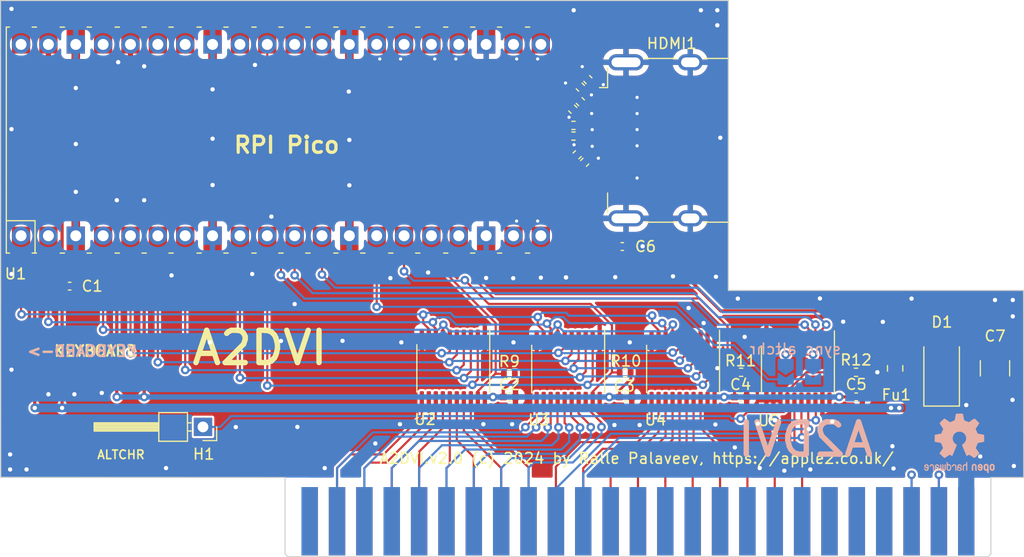
<source format=kicad_pcb>
(kicad_pcb (version 20221018) (generator pcbnew)
  (title_block (title "A2DVI.v2.0"))
  (layers (0 "F.Cu" signal) (31 "B.Cu" signal) (34 "B.Paste" user) (35 "F.Paste" user) (36 "B.SilkS" user "B.Silkscreen") (37 "F.SilkS" user "F.Silkscreen") (38 "B.Mask" user) (39 "F.Mask" user) (44 "Edge.Cuts" user))
  (net 0 "")
  (net 1 "GND")
  (net 2 "3.3V")
  (net 3 "VSYS")
  (net 4 "5V")
  (net 5 "PHI0")
  (net 6 "RW")
  (net 7 "DevSel")
  (net 8 "D0")
  (net 9 "D1")
  (net 10 "D2")
  (net 11 "D3")
  (net 12 "D4")
  (net 13 "D5")
  (net 14 "D6")
  (net 15 "D7")
  (net 16 "A8")
  (net 17 "A9")
  (net 18 "A15")
  (net 19 "A14")
  (net 20 "A10")
  (net 21 "A11")
  (net 22 "A12")
  (net 23 "A13")
  (net 24 "A0")
  (net 25 "A1")
  (net 26 "A2")
  (net 27 "A3")
  (net 28 "A4")
  (net 29 "A5")
  (net 30 "A6")
  (net 31 "A7")
  (net 32 "DATAOE")
  (net 33 "LSBOE")
  (net 34 "MSBOE")
  (net 35 "L-PHI0")
  (net 36 "L-RW")
  (net 37 "D2_N")
  (net 38 "D2_P")
  (net 39 "D2_otut_P")
  (net 40 "D1_P")
  (net 41 "D1_N")
  (net 42 "D0_P")
  (net 43 "D0_N")
  (net 44 "CK_P")
  (net 45 "CK_N")
  (net 46 "SYNC")
  (net 47 "L-DevSel")
  (net 48 "AD0")
  (net 49 "AD1")
  (net 50 "AD2")
  (net 51 "AD3")
  (net 52 "AD4")
  (net 53 "AD5")
  (net 54 "AD6")
  (net 55 "AD7")
  (net 56 "5V_out")
  (net 57 "GP10")
  (net 58 "Altchr")
  (net 59 "L-SYNC")
  (net 60 "L-Altchr")
  (footprint "" (layer "F.Cu") (at 122.174 142.22605)
    (fp_text reference "")
    (fp_text value "")
  )
  (footprint "" (layer "F.Cu") (at 134.874 142.22605)
    (fp_text reference "")
    (fp_text value "")
  )
  (footprint "" (layer "F.Cu") (at 137.414 142.22605)
    (fp_text reference "")
    (fp_text value "")
  )
  (footprint "" (layer "F.Cu") (at 147.574 142.22605)
    (fp_text reference "")
    (fp_text value "")
  )
  (footprint "" (layer "F.Cu") (at 142.494 142.22605)
    (fp_text reference "")
    (fp_text value "")
  )
  (footprint "" (layer "F.Cu") (at 132.334 142.22605)
    (fp_text reference "")
    (fp_text value "")
  )
  (footprint "Package_SO:TSSOP-20_4.4x6.5mm_P0.65mm" (layer "F.Cu") (at 141.093 128.0745 -90)
    (fp_text reference "U3")
    (fp_text value "SN74LVC245APWR" hide)
  )
  (footprint "Resistor_SMD:R_0402_1005Metric" (layer "F.Cu") (at 146.3822 128.40845)
    (fp_text reference "R10")
    (fp_text value "10k" hide)
  )
  (footprint "RaspberryPI PicoW:RPi_PicoW_SMD_TH" (layer "F.Cu") (at 114.427 106.807 90)
    (fp_text reference "U1")
    (fp_text value "Pico" hide)
  )
  (footprint "Fuse:Fuse_0805_2012Metric" (layer "F.Cu") (at 171.45 128.016 -90)
    (fp_text reference "Fu1")
    (fp_text value "Fuse_0805_2012Metric" hide)
  )
  (footprint "" (layer "F.Cu") (at 170.434 142.22605)
    (fp_text reference "")
    (fp_text value "")
  )
  (footprint "" (layer "F.Cu") (at 157.734 142.22605)
    (fp_text reference "")
    (fp_text value "")
  )
  (footprint "" (layer "F.Cu") (at 117.094 142.22605)
    (fp_text reference "")
    (fp_text value "")
  )
  (footprint "" (layer "F.Cu") (at 178.054 142.22605)
    (fp_text reference "")
    (fp_text value "")
  )
  (footprint "Resistor_SMD:R_0402_1005Metric" (layer "F.Cu") (at 142.223983 101.886882 -45)
    (fp_text reference "R2" hide)
    (fp_text value "270" hide)
  )
  (footprint "" (layer "F.Cu") (at 134.874 142.22605)
    (fp_text reference "")
    (fp_text value "")
  )
  (footprint "" (layer "F.Cu") (at 155.194 142.22605)
    (fp_text reference "")
    (fp_text value "")
  )
  (footprint "Package_SO:TSSOP-20_4.4x6.5mm_P0.65mm" (layer "F.Cu") (at 130.429 128.016 -90)
    (fp_text reference "U2")
    (fp_text value "SN74LVC245APWR" hide)
  )
  (footprint "" (layer "F.Cu") (at 139.954 142.22605)
    (fp_text reference "")
    (fp_text value "")
  )
  (footprint "Resistor_SMD:R_0402_1005Metric" (layer "F.Cu") (at 141.92735 108.17075 45)
    (fp_text reference "R7" hide)
    (fp_text value "270" hide)
  )
  (footprint "" (layer "F.Cu") (at 170.434 142.22605)
    (fp_text reference "")
    (fp_text value "")
  )
  (footprint "" (layer "F.Cu") (at 167.894 142.22605)
    (fp_text reference "")
    (fp_text value "")
  )
  (footprint "" (layer "F.Cu") (at 160.274 142.22605)
    (fp_text reference "")
    (fp_text value "")
  )
  (footprint "Capacitor_SMD:C_0402_1005Metric_Pad0.74x0.62mm_HandSolder" (layer "F.Cu") (at 167.834 130.673)
    (fp_text reference "C5")
    (fp_text value "100n" hide)
  )
  (footprint "" (layer "F.Cu") (at 163.83 127.639 -90)
    (fp_text reference "")
    (fp_text value "")
  )
  (footprint "Capacitor_SMD:C_1210_3225Metric" (layer "F.Cu") (at 180.721 128.016 -90)
    (fp_text reference "C7")
    (fp_text value "C_1210_3225Metric" hide)
  )
  (footprint "" (layer "F.Cu") (at 122.174 142.22605)
    (fp_text reference "")
    (fp_text value "")
  )
  (footprint "" (layer "F.Cu") (at 150.114 142.22605)
    (fp_text reference "")
    (fp_text value "")
  )
  (footprint "" (layer "F.Cu") (at 175.514 142.22605)
    (fp_text reference "")
    (fp_text value "")
  )
  (footprint "" (layer "F.Cu") (at 150.114 142.22605)
    (fp_text reference "")
    (fp_text value "")
  )
  (footprint "Capacitor_SMD:C_0402_1005Metric_Pad0.74x0.62mm_HandSolder" (layer "F.Cu") (at 157.099 130.683)
    (fp_text reference "C4")
    (fp_text value "100n" hide)
  )
  (footprint "" (layer "F.Cu") (at 132.334 142.22605)
    (fp_text reference "")
    (fp_text value "")
  )
  (footprint "Capacitor_SMD:C_0402_1005Metric_Pad0.74x0.62mm_HandSolder" (layer "F.Cu") (at 146.431 130.683)
    (fp_text reference "C3")
    (fp_text value "100n" hide)
  )
  (footprint "Resistor_SMD:R_0402_1005Metric" (layer "F.Cu") (at 157.1498 128.38305)
    (fp_text reference "R11")
    (fp_text value "10k" hide)
  )
  (footprint "" (layer "F.Cu") (at 145.034 142.22605)
    (fp_text reference "")
    (fp_text value "")
  )
  (footprint "" (layer "F.Cu") (at 124.714 142.22605)
    (fp_text reference "")
    (fp_text value "")
  )
  (footprint "Resistor_SMD:R_0402_1005Metric" (layer "F.Cu") (at 142.223983 103.236882 -45)
    (fp_text reference "R3" hide)
    (fp_text value "270" hide)
  )
  (footprint "" (layer "F.Cu") (at 119.634 142.22605)
    (fp_text reference "")
    (fp_text value "")
  )
  (footprint "Package_SO:TSSOP-20_4.4x6.5mm_P0.65mm" (layer "F.Cu") (at 151.761 128.0745 -90)
    (fp_text reference "U4")
    (fp_text value "SN74LVC245APWR" hide)
  )
  (footprint "" (layer "F.Cu") (at 167.894 142.22605)
    (fp_text reference "")
    (fp_text value "")
  )
  (footprint "" (layer "F.Cu") (at 165.354 142.22605)
    (fp_text reference "")
    (fp_text value "")
  )
  (footprint "" (layer "F.Cu") (at 127.254 142.22605)
    (fp_text reference "")
    (fp_text value "")
  )
  (footprint "" (layer "F.Cu") (at 175.514 142.22605)
    (fp_text reference "")
    (fp_text value "")
  )
  (footprint "Resistor_SMD:R_0402_1005Metric" (layer "F.Cu") (at 141.523983 103.936882 -45)
    (fp_text reference "R4" hide)
    (fp_text value "270" hide)
  )
  (footprint "" (layer "F.Cu") (at 124.714 142.22605)
    (fp_text reference "")
    (fp_text value "")
  )
  (footprint "" (layer "F.Cu") (at 129.794 142.22605)
    (fp_text reference "")
    (fp_text value "")
  )
  (footprint "" (layer "F.Cu") (at 162.814 142.22605)
    (fp_text reference "")
    (fp_text value "")
  )
  (footprint "Capacitor_SMD:C_0402_1005Metric_Pad0.74x0.62mm_HandSolder" (layer "F.Cu") (at 94.8095 120.38205)
    (fp_text reference "C1")
    (fp_text value "100n" hide)
  )
  (footprint "" (layer "F.Cu") (at 152.654 142.22605)
    (fp_text reference "")
    (fp_text value "")
  )
  (footprint "Resistor_SMD:R_0402_1005Metric" (layer "F.Cu") (at 135.634 128.524)
    (fp_text reference "R9")
    (fp_text value "10k" hide)
  )
  (footprint "" (layer "F.Cu") (at 139.954 142.22605)
    (fp_text reference "")
    (fp_text value "")
  )
  (footprint "" (layer "F.Cu") (at 129.794 142.22605)
    (fp_text reference "")
    (fp_text value "")
  )
  (footprint "Connector_PinHeader_2.54mm:PinHeader_1x01_P2.54mm_Horizontal" (layer "F.Cu") (at 107.188 133.46305 180)
    (fp_text reference "H1")
    (fp_text value "PinHeader_1x01_P2.54mm_Horizontal" hide)
  )
  (footprint "" (layer "F.Cu") (at 145.034 142.22605)
    (fp_text reference "")
    (fp_text value "")
  )
  (footprint "" (layer "F.Cu") (at 142.494 142.22605)
    (fp_text reference "")
    (fp_text value "")
  )
  (footprint "" (layer "F.Cu") (at 152.654 142.22605)
    (fp_text reference "")
    (fp_text value "")
  )
  (footprint "Resistor_SMD:R_0402_1005Metric" (layer "F.Cu") (at 141.58595 106.43235)
    (fp_text reference "R6" hide)
    (fp_text value "270" hide)
  )
  (footprint "" (layer "F.Cu") (at 147.574 142.22605)
    (fp_text reference "")
    (fp_text value "")
  )
  (footprint "Resistor_SMD:R_0402_1005Metric" (layer "F.Cu") (at 142.62735 108.87075 45)
    (fp_text reference "R8" hide)
    (fp_text value "270" hide)
  )
  (footprint "" (layer "F.Cu") (at 117.094 142.22605)
    (fp_text reference "")
    (fp_text value "")
  )
  (footprint "Resistor_SMD:R_0402_1005Metric" (layer "F.Cu") (at 141.58595 105.44175)
    (fp_text reference "R5" hide)
    (fp_text value "270" hide)
  )
  (footprint "Resistor_SMD:R_0402_1005Metric" (layer "F.Cu") (at 142.923983 101.186882 -45)
    (fp_text reference "R1" hide)
    (fp_text value "270" hide)
  )
  (footprint "" (layer "F.Cu") (at 172.974 142.22605)
    (fp_text reference "")
    (fp_text value "")
  )
  (footprint "" (layer "F.Cu") (at 161.29 127.639 -90)
    (fp_text reference "")
    (fp_text value "")
  )
  (footprint "" (layer "F.Cu") (at 162.814 142.22605)
    (fp_text reference "")
    (fp_text value "")
  )
  (footprint "" (layer "F.Cu") (at 127.254 142.22605)
    (fp_text reference "")
    (fp_text value "")
  )
  (footprint "" (layer "F.Cu") (at 155.194 142.22605)
    (fp_text reference "")
    (fp_text value "")
  )
  (footprint "Resistor_SMD:R_0402_1005Metric" (layer "F.Cu") (at 167.8178 128.38305)
    (fp_text reference "R12")
    (fp_text value "10k" hide)
  )
  (footprint "" (layer "F.Cu") (at 178.054 142.22605)
    (fp_text reference "")
    (fp_text value "")
  )
  (footprint "" (layer "F.Cu") (at 157.734 142.22605)
    (fp_text reference "")
    (fp_text value "")
  )
  (footprint "Capacitor_SMD:C_0402_1005Metric_Pad0.74x0.62mm_HandSolder" (layer "F.Cu") (at 135.636 130.683)
    (fp_text reference "C2")
    (fp_text value "100n" hide)
  )
  (footprint "" (layer "F.Cu") (at 163.83 129.032 -90)
    (fp_text reference "")
    (fp_text value "")
  )
  (footprint "" (layer "F.Cu") (at 165.354 142.22605)
    (fp_text reference "")
    (fp_text value "")
  )
  (footprint "" (layer "F.Cu") (at 160.274 142.22605)
    (fp_text reference "")
    (fp_text value "")
  )
  (footprint "Capacitor_SMD:C_0402_1005Metric_Pad0.74x0.62mm_HandSolder" (layer "F.Cu") (at 146.1175 116.69905)
    (fp_text reference "C6")
    (fp_text value "100n" hide)
  )
  (footprint "" (layer "F.Cu") (at 137.414 142.22605)
    (fp_text reference "")
    (fp_text value "")
  )
  (footprint "" (layer "F.Cu") (at 172.974 142.22605)
    (fp_text reference "")
    (fp_text value "")
  )
  (footprint "" (layer "F.Cu") (at 161.29 129.032 -90)
    (fp_text reference "")
    (fp_text value "")
  )
  (footprint "Diode_SMD:D_SMA" (layer "F.Cu") (at 175.768 128.016 90)
    (fp_text reference "D1")
    (fp_text value "SS16" hide)
  )
  (footprint "Package_SO:TSSOP-20_4.4x6.5mm_P0.65mm" (layer "F.Cu") (at 162.425 128.133 -90)
    (fp_text reference "U5")
    (fp_text value "SN74LVC245APWR" hide)
  )
  (footprint "" (layer "F.Cu") (at 119.634 142.22605)
    (fp_text reference "")
    (fp_text value "")
  )
  (footprint "Connector_HDMI:HDMI_A_Molex_208658-1001_Horizontal" (layer "F.Cu") (at 148.98775 106.82775)
    (fp_text reference "HDMI1")
    (fp_text value "HDMI_A_Molex_208658-1001_Horizontal" hide)
  )
  (footprint "Symbol:OSHW-Logo2_7.3x6mm_SilkScreen" (layer "B.Cu") (at 177.419 134.98705 180)
    (fp_text reference "REF**" hide)
    (fp_text value "OSHW-Logo2_7.3x6mm_SilkScreen" hide)
  )
  (gr_line (start 114.808 145.27405) (end 114.808 138.16205) (stroke (width 0.1)) (layer "Edge.Cuts"))
  (gr_line (start 180.34 145.27405) (end 180.34 138.16205) (stroke (width 0.1)) (layer "Edge.Cuts"))
  (gr_line (start 180.34 145.27405) (end 180.086 145.52805) (stroke (width 0.1)) (layer "Edge.Cuts"))
  (gr_line (start 183.3753 120.777) (end 183.388 138.16205) (stroke (width 0.1)) (layer "Edge.Cuts"))
  (gr_line (start 88.392 93.83905) (end 88.4047 138.1506) (stroke (width 0.1)) (layer "Edge.Cuts"))
  (gr_line (start 115.062 145.517243) (end 114.808 145.27405) (stroke (width 0.1)) (layer "Edge.Cuts"))
  (gr_line (start 114.808 138.16205) (end 88.4047 138.1506) (stroke (width 0.1)) (layer "Edge.Cuts"))
  (gr_line (start 115.062 145.517243) (end 180.086 145.52805) (stroke (width 0.1)) (layer "Edge.Cuts"))
  (gr_line (start 183.388 138.16205) (end 180.34 138.16205) (stroke (width 0.1)) (layer "Edge.Cuts"))
  (gr_line (start 183.3753 120.777) (end 155.9687 120.777) (stroke (width 0.1)) (layer "Edge.Cuts"))
  (gr_line (start 155.9687 93.83905) (end 88.392 93.83905) (stroke (width 0.1)) (layer "Edge.Cuts"))
  (gr_line (start 155.9687 93.83905) (end 155.9687 120.777) (stroke (width 0.1)) (layer "Edge.Cuts"))
  (gr_text "KEYBOARD->" (at 95.9866 126.42725) (layer "B.SilkS") (effects (font (size 1 1) (thickness 0.2)) (justify mirror)))
  (gr_text "A2DVI" (at 169.672 136.38205) (layer "B.SilkS") (effects (font (size 3 3) (thickness 0.5) bold) (justify left bottom mirror)))
  (gr_text "sync altchr" (at 162.179 126.22405) (layer "B.SilkS") (effects (font (size 1 1) (thickness 0.15) bold) (justify mirror)))
  (gr_text "" (at 155.194 142.22605) (layer "F.SilkS") (effects (font (size 1.27 1.27))))
  (gr_text "A2DVI.v2.0 (c) 2024 by Ralle Palaveev, https://apple2.co.uk/" (at 147.447 136.38405) (layer "F.SilkS") (effects (font (size 1 1))))
  (gr_text "ALTCHR" (at 97.282 136.51105) (layer "F.SilkS") (effects (font (size 0.8 0.8)) (justify left bottom)))
  (gr_text "RPI Pico" (at 109.9058 108.13925) (layer "F.SilkS") (effects (font (size 1.5 1.5) (thickness 0.3) bold) (justify left bottom)))
  (gr_text "<-KEYBOARD" (at 95.9866 126.40185) (layer "F.SilkS") (effects (font (size 1 1) (thickness 0.2))))
  (gr_text "A2DVI" (at 105.918 127.87505) (layer "F.SilkS") (effects (font (size 3 3) (thickness 0.5) bold) (justify left bottom)))
  (gr_text "" (at 155.194 142.22605) (layer "F.SilkS") (effects (font (size 1.27 1.27))))
  (segment (start 143.540389 104.891893) (end 143.5954 104.836882) (width 0.25) (layer "F.Cu") (net 0))
  (segment (start 142.784607 105.526258) (end 141.984607 105.526258) (width 0.25) (layer "F.Cu") (net 0))
  (segment (start 142.287974 107.810126) (end 142.579306 107.810126) (width 0.2) (layer "F.Cu") (net 0))
  (segment (start 142.791942 102.247506) (end 142.698972 102.340476) (width 0.25) (layer "F.Cu") (net 0))
  (segment (start 143.540389 106.391893) (end 143.5954 106.336882) (width 0.25) (layer "F.Cu") (net 0))
  (segment (start 143.030632 108.080232) (end 143.168982 107.941883) (width 0.25) (layer "F.Cu") (net 0))
  (segment (start 143.613115 103.32775) (end 145.70275 103.32775) (width 0.25) (layer "F.Cu") (net 0))
  (segment (start 142.579306 107.810126) (end 142.763282 107.62615) (width 0.25) (layer "F.Cu") (net 0))
  (segment (start 142.584607 103.597506) (end 142.768972 103.781871) (width 0.25) (layer "F.Cu") (net 0))
  (segment (start 142.315906 104.297506) (end 142.910293 104.891893) (width 0.25) (layer "F.Cu") (net 0))
  (segment (start 143.590384 107.941883) (end 143.695385 107.836882) (width 0.25) (layer "F.Cu") (net 0))
  (segment (start 142.910293 104.891893) (end 143.540389 104.891893) (width 0.25) (layer "F.Cu") (net 0))
  (segment (start 143.007577 106.391893) (end 143.540389 106.391893) (width 0.25) (layer "F.Cu") (net 0))
  (segment (start 143.056347 106.824349) (end 144.617747 106.824349) (width 0.25) (layer "F.Cu") (net 0))
  (segment (start 143.007577 106.391893) (end 143.218972 106.391893) (width 0.25) (layer "F.Cu") (net 0))
  (segment (start 143.69415 107.82935) (end 144.622748 107.82935) (width 0.25) (layer "F.Cu") (net 0))
  (segment (start 142.698972 102.340476) (end 142.698972 102.873288) (width 0.25) (layer "F.Cu") (net 0))
  (segment (start 143.028994 105.281871) (end 142.784607 105.526258) (width 0.25) (layer "F.Cu") (net 0))
  (segment (start 143.603945 106.31475) (end 144.632528 106.31475) (width 0.25) (layer "F.Cu") (net 0))
  (segment (start 142.681715 106.22915) (end 142.684607 106.226258) (width 0.2) (layer "F.Cu") (net 0))
  (segment (start 144.632528 105.31475) (end 143.59255 105.31475) (width 0.25) (layer "F.Cu") (net 0))
  (segment (start 141.884607 104.297506) (end 142.315906 104.297506) (width 0.25) (layer "F.Cu") (net 0))
  (segment (start 142.09595 106.43235) (end 142.29915 106.22915) (width 0.2) (layer "F.Cu") (net 0))
  (segment (start 142.987974 108.510126) (end 142.987974 108.12289) (width 0.25) (layer "F.Cu") (net 0))
  (segment (start 142.29915 106.22915) (end 142.681715 106.22915) (width 0.25) (layer "F.Cu") (net 0))
  (segment (start 145.70275 104.82775) (end 143.631644 104.82775) (width 0.25) (layer "F.Cu") (net 0))
  (segment (start 142.698972 102.873288) (end 142.987577 103.161893) (width 0.25) (layer "F.Cu") (net 0))
  (segment (start 143.428994 103.161893) (end 143.603983 103.336882) (width 0.25) (layer "F.Cu") (net 0))
  (segment (start 142.841942 106.226258) (end 143.007577 106.391893) (width 0.25) (layer "F.Cu") (net 0))
  (segment (start 145.70275 103.82775) (end 143.61338 103.82775) (width 0.25) (layer "F.Cu") (net 0))
  (segment (start 143.528994 105.281871) (end 143.028994 105.281871) (width 0.25) (layer "F.Cu") (net 0))
  (segment (start 142.763282 107.126181) (end 143.057582 106.831881) (width 0.25) (layer "F.Cu") (net 0))
  (segment (start 142.987577 103.161893) (end 143.428994 103.161893) (width 0.25) (layer "F.Cu") (net 0))
  (segment (start 175.514 142.22605) (end 175.514 137.90805) (width 0.2) (layer "F.Cu") (net 0))
  (segment (start 143.61338 103.82775) (end 143.608956 103.823326) (width 0.25) (layer "F.Cu") (net 0))
  (segment (start 143.168982 107.941883) (end 143.590384 107.941883) (width 0.25) (layer "F.Cu") (net 0))
  (segment (start 172.974 142.22605) (end 172.974 137.90805) (width 0.2) (layer "F.Cu") (net 0))
  (segment (start 142.684607 106.226258) (end 142.841942 106.226258) (width 0.25) (layer "F.Cu") (net 0))
  (segment (start 142.763282 107.126181) (end 142.763282 107.56575) (width 0.25) (layer "F.Cu") (net 0))
  (segment (start 142.584607 102.247506) (end 142.791942 102.247506) (width 0.25) (layer "F.Cu") (net 0))
  (segment (start 143.59255 105.31475) (end 143.537539 105.259739) (width 0.2) (layer "F.Cu") (net 0))
  (segment (start 142.768972 103.781871) (end 143.540389 103.781871) (width 0.25) (layer "F.Cu") (net 0))
  (via (at 172.974 137.90805) (size 0.8) (drill 0.4) (layers "F.Cu" "B.Cu") (net 0))
  (via (at 175.514 137.90805) (size 0.8) (drill 0.4) (layers "F.Cu" "B.Cu") (net 0))
  (segment (start 175.514 142.22605) (end 175.514 137.90805) (width 0.2) (layer "B.Cu") (net 0))
  (segment (start 172.974 142.22605) (end 172.974 137.90805) (width 0.2) (layer "B.Cu") (net 0))
  (segment (start 143.283115 104.32775) (end 145.70275 104.32775) (width 0.25) (layer "F.Cu") (net 1))
  (segment (start 138.168 128.0875) (end 138.168 125.212) (width 0.3) (layer "F.Cu") (net 1))
  (segment (start 95.377 98.0161) (end 95.377 101.96705) (width 0.8) (layer "F.Cu") (net 1))
  (segment (start 120.777 97.917) (end 120.777 102.24645) (width 0.8) (layer "F.Cu") (net 1))
  (segment (start 108.077 110.98405) (end 108.077 115.6691) (width 0.8) (layer "F.Cu") (net 1))
  (segment (start 145.70655 107.33155) (end 145.70275 107.32775) (width 0.25) (layer "F.Cu") (net 1))
  (segment (start 143.273983 104.336882) (end 143.283115 104.32775) (width 0.2) (layer "F.Cu") (net 1))
  (segment (start 147.4899 102.8421) (end 145.70275 102.8421) (width 0.25) (layer "F.Cu") (net 1))
  (segment (start 143.735228 102.82775) (end 145.70275 102.82775) (width 0.25) (layer "F.Cu") (net 1))
  (segment (start 143.333115 105.82775) (end 143.323983 105.836882) (width 0.25) (layer "F.Cu") (net 1))
  (segment (start 120.7262 102.29725) (end 120.777 102.34805) (width 0.8) (layer "F.Cu") (net 1))
  (segment (start 95.377 101.96705) (end 95.377 107.17405) (width 0.8) (layer "F.Cu") (net 1))
  (segment (start 108.180971 115.593029) (end 108.204 115.57) (width 0.2) (layer "F.Cu") (net 1))
  (segment (start 108.077 102.09405) (end 108.077 106.68) (width 0.8) (layer "F.Cu") (net 1))
  (segment (start 136.2035 130.052) (end 138.168 128.0875) (width 0.3) (layer "F.Cu") (net 1))
  (segment (start 146.9985 130.683) (end 146.9985 130.1155) (width 0.3) (layer "F.Cu") (net 1))
  (segment (start 143.383115 107.32775) (end 143.323983 107.386882) (width 0.25) (layer "F.Cu") (net 1))
  (segment (start 143.253983 102.606882) (end 143.51436 102.606882) (width 0.25) (layer "F.Cu") (net 1))
  (segment (start 107.765 116.009) (end 108.077 115.697) (width 0.5) (layer "F.Cu") (net 1))
  (segment (start 159.5 128.282) (end 159.5 125.2705) (width 0.3) (layer "F.Cu") (net 1))
  (segment (start 120.777 102.24645) (end 120.7262 102.29725) (width 0.8) (layer "F.Cu") (net 1))
  (segment (start 147.4899 105.82775) (end 145.70275 105.82775) (width 0.25) (layer "F.Cu") (net 1))
  (segment (start 154.696 125.222) (end 154.686 125.212) (width 0.25) (layer "F.Cu") (net 1))
  (segment (start 147.4899 107.3379) (end 145.70275 107.3379) (width 0.25) (layer "F.Cu") (net 1))
  (segment (start 157.6665 130.683) (end 157.6665 130.1155) (width 0.3) (layer "F.Cu") (net 1))
  (segment (start 148.844 125.204) (end 148.836 125.212) (width 0.25) (layer "F.Cu") (net 1))
  (segment (start 108.077 106.68) (end 108.077 110.98405) (width 0.8) (layer "F.Cu") (net 1))
  (segment (start 120.777 111.00945) (end 120.777 115.697) (width 0.8) (layer "F.Cu") (net 1))
  (segment (start 148.836 128.278) (end 148.836 125.212) (width 0.3) (layer "F.Cu") (net 1))
  (segment (start 136.2035 130.683) (end 136.2035 130.052) (width 0.3) (layer "F.Cu") (net 1))
  (segment (start 157.6665 130.1155) (end 159.5 128.282) (width 0.3) (layer "F.Cu") (net 1))
  (segment (start 145.70275 107.32775) (end 143.383115 107.32775) (width 0.25) (layer "F.Cu") (net 1))
  (segment (start 147.4899 110.3351) (end 145.70275 110.3351) (width 0.25) (layer "F.Cu") (net 1))
  (segment (start 147.4899 104.3407) (end 145.70275 104.3407) (width 0.25) (layer "F.Cu") (net 1))
  (segment (start 120.777 106.79305) (end 120.777 111.00945) (width 0.8) (layer "F.Cu") (net 1))
  (segment (start 146.9985 130.1155) (end 148.836 128.278) (width 0.3) (layer "F.Cu") (net 1))
  (segment (start 120.777 102.34805) (end 120.777 106.79305) (width 0.8) (layer "F.Cu") (net 1))
  (segment (start 108.077 97.8891) (end 108.077 102.09405) (width 0.8) (layer "F.Cu") (net 1))
  (segment (start 95.377 107.17405) (end 95.377 111.61905) (width 0.8) (layer "F.Cu") (net 1))
  (segment (start 143.51436 102.606882) (end 143.735228 102.82775) (width 0.25) (layer "F.Cu") (net 1))
  (segment (start 95.377 111.61905) (end 95.377 115.7961) (width 0.8) (layer "F.Cu") (net 1))
  (segment (start 145.70275 105.82775) (end 143.333115 105.82775) (width 0.25) (layer "F.Cu") (net 1))
  (via (at 143.273983 104.336882) (size 0.6) (drill 0.3) (layers "F.Cu" "B.Cu") (net 1))
  (via (at 144.35455 101.65715) (size 0.6) (drill 0.3) (layers "F.Cu" "B.Cu") (net 1))
  (via (at 118.491 137.287) (size 0.8) (drill 0.4) (layers "F.Cu" "B.Cu") (net 1))
  (via (at 150.8252 119.46765) (size 0.8) (drill 0.4) (layers "F.Cu" "B.Cu") (net 1))
  (via (at 156.5656 135.36805) (size 0.8) (drill 0.4) (layers "F.Cu" "B.Cu") (net 1))
  (via (at 163.576 137.414) (size 0.8) (drill 0.4) (layers "F.Cu" "B.Cu") (net 1))
  (via (at 99.187 112.395) (size 0.8) (drill 0.4) (layers "F.Cu" "B.Cu") (net 1))
  (via (at 147.4899 105.82775) (size 0.6) (drill 0.3) (layers "F.Cu" "B.Cu") (net 1))
  (via (at 123.60275 99.26955) (size 0.6) (drill 0.3) (layers "F.Cu" "B.Cu") (net 1))
  (via (at 136.017 125.603) (size 0.8) (drill 0.4) (layers "F.Cu" "B.Cu") (net 1))
  (via (at 136.31445 99.2665) (size 0.6) (drill 0.3) (layers "F.Cu" "B.Cu") (net 1))
  (via (at 158.6992 133.15825) (size 0.8) (drill 0.4) (layers "F.Cu" "B.Cu") (net 1))
  (via (at 108.077 106.68) (size 0.8) (drill 0.4) (layers "F.Cu" "B.Cu") (net 1))
  (via (at 120.7262 102.29725) (size 0.8) (drill 0.4) (layers "F.Cu" "B.Cu") (net 1))
  (via (at 166.624 123.68405) (size 0.8) (drill 0.4) (layers "F.Cu" "B.Cu") (net 1))
  (via (at 161.163 137.52705) (size 0.8) (drill 0.4) (layers "F.Cu" "B.Cu") (net 1))
  (via (at 89.281 136.017) (size 0.8) (drill 0.4) (layers "F.Cu" "B.Cu") (net 1))
  (via (at 138.25855 114.33175) (size 0.6) (drill 0.3) (layers "F.Cu" "B.Cu") (net 1))
  (via (at 92.837 130.429) (size 0.8) (drill 0.4) (layers "F.Cu" "B.Cu") (net 1))
  (via (at 120.777 106.79305) (size 0.8) (drill 0.4) (layers "F.Cu" "B.Cu") (net 1))
  (via (at 143.89735 108.48975) (size 0.6) (drill 0.3) (layers "F.Cu" "B.Cu") (net 1))
  (via (at 143.253983 102.606882) (size 0.6) (drill 0.3) (layers "F.Cu" "B.Cu") (net 1))
  (via (at 154.94 94.742) (size 0.8) (drill 0.4) (layers "F.Cu" "B.Cu") (net 1))
  (via (at 130.66395 99.26955) (size 0.6) (drill 0.3) (layers "F.Cu" "B.Cu") (net 1))
  (via (at 154.94 96.139) (size 0.8) (drill 0.4) (layers "F.Cu" "B.Cu") (net 1))
  (via (at 133.223 133.20905) (size 0.8) (drill 0.4) (layers "F.Cu" "B.Cu") (net 1))
  (via (at 135.89 133.20905) (size 0.8) (drill 0.4) (layers "F.Cu" "B.Cu") (net 1))
  (via (at 147.4899 102.8421) (size 0.6) (drill 0.3) (layers "F.Cu" "B.Cu") (net 1))
  (via (at 171.196 135.255) (size 0.8) (drill 0.4) (layers "F.Cu" "B.Cu") (net 1))
  (via (at 114.427 125.476) (size 0.8) (drill 0.4) (layers "F.Cu" "B.Cu") (net 1))
  (via (at 143.323983 107.386882) (size 0.6) (drill 0.3) (layers "F.Cu" "B.Cu") (net 1))
  (via (at 104.267 119.38) (size 0.8) (drill 0.4) (layers "F.Cu" "B.Cu") (net 1))
  (via (at 143.323983 105.836882) (size 0.6) (drill 0.3) (layers "F.Cu" "B.Cu") (net 1))
  (via (at 154.813 119.507) (size 0.8) (drill 0.4) (layers "F.Cu" "B.Cu") (net 1))
  (via (at 141.173983 104.686882) (size 0.6) (drill 0.3) (layers "F.Cu" "B.Cu") (net 1))
  (via (at 90.805 137.414) (size 0.8) (drill 0.4) (layers "F.Cu" "B.Cu") (net 1))
  (via (at 140.8938 119.56925) (size 0.8) (drill 0.4) (layers "F.Cu" "B.Cu") (net 1))
  (via (at 133.477 119.62005) (size 0.8) (drill 0.4) (layers "F.Cu" "B.Cu") (net 1))
  (via (at 101.727 99.949) (size 0.8) (drill 0.4) (layers "F.Cu" "B.Cu") (net 1))
  (via (at 147.4899 107.3379) (size 0.6) (drill 0.3) (layers "F.Cu" "B.Cu") (net 1))
  (via (at 154.94 128.00205) (size 0.8) (drill 0.4) (layers "F.Cu" "B.Cu") (net 1))
  (via (at 113.538 113.919) (size 0.8) (drill 0.4) (layers "F.Cu" "B.Cu") (net 1))
  (via (at 125.53315 99.26955) (size 0.6) (drill 0.3) (layers "F.Cu" "B.Cu") (net 1))
  (via (at 120.142 125.46205) (size 0.8) (drill 0.4) (layers "F.Cu" "B.Cu") (net 1))
  (via (at 107.823 125.603) (size 0.8) (drill 0.4) (layers "F.Cu" "B.Cu") (net 1))
  (via (at 147.4899 104.3407) (size 0.6) (drill 0.3) (layers "F.Cu" "B.Cu") (net 1))
  (via (at 153.416 94.742) (size 0.8) (drill 0.4) (layers "F.Cu" "B.Cu") (net 1))
  (via (at 171.2976 137.32385) (size 0.8) (drill 0.4) (layers "F.Cu" "B.Cu") (net 1))
  (via (at 138.25855 99.26955) (size 0.6) (drill 0.3) (layers "F.Cu" "B.Cu") (net 1))
  (via (at 148.0058 116.67365) (size 0.8) (drill 0.4) (layers "F.Cu" "B.Cu") (net 1))
  (via (at 179.3494 136.20625) (size 0.8) (drill 0.4) (layers "F.Cu" "B.Cu") (net 1))
  (via (at 158.877 137.287) (size 0.8) (drill 0.4) (layers "F.Cu" "B.Cu") (net 1))
  (via (at 154.7622 133.23445) (size 0.8) (drill 0.4) (layers "F.Cu" "B.Cu") (net 1))
  (via (at 95.377 107.17405) (size 0.8) (drill 0.4) (layers "F.Cu" "B.Cu") (net 1))
  (via (at 111.76 119.253) (size 0.8) (drill 0.4) (layers "F.Cu" "B.Cu") (net 1))
  (via (at 110.236 133.477) (size 0.8) (drill 0.4) (layers "F.Cu" "B.Cu") (net 1))
  (via (at 155.2194 106.58985) (size 0.8) (drill 0.4) (layers "F.Cu" "B.Cu") (net 1))
  (via (at 153.67 123.81105) (size 0.8) (drill 0.4) (layers "F.Cu" "B.Cu") (net 1))
  (via (at 108.077 102.09405) (size 0.8) (drill 0.4) (layers "F.Cu" "B.Cu") (net 1))
  (via (at 120.777 111.00945) (size 0.8) (drill 0.4) (layers "F.Cu" "B.Cu") (net 1))
  (via (at 169.799 128.38305) (size 0.8) (drill 0.4) (layers "F.Cu" "B.Cu") (net 1))
  (via (at 140.84935 101.50475) (size 0.6) (drill 0.3) (layers "F.Cu" "B.Cu") (net 1))
  (via (at 124.587 119.634) (size 0.8) (drill 0.4) (layers "F.Cu" "B.Cu") (net 1))
  (via (at 180.721 121.666) (size 0.8) (drill 0.4) (layers "F.Cu" "B.Cu") (net 1))
  (via (at 182.4736 137.09525) (size 0.8) (drill 0.4) (layers "F.Cu" "B.Cu") (net 1))
  (via (at 138.557 119.59465) (size 0.8) (drill 0.4) (layers "F.Cu" "B.Cu") (net 1))
  (via (at 125.603 125.603) (size 0.8) (drill 0.4) (layers "F.Cu" "B.Cu") (net 1))
  (via (at 157.48 125.095) (size 0.8) (drill 0.4) (layers "F.Cu" "B.Cu") (net 1))
  (via (at 141.605 94.742) (size 0.8) (drill 0.4) (layers "F.Cu" "B.Cu") (net 1))
  (via (at 101.727 112.395) (size 0.8) (drill 0.4) (layers "F.Cu" "B.Cu") (net 1))
  (via (at 128.0922 119.11205) (size 0.8) (drill 0.4) (layers "F.Cu" "B.Cu") (net 1))
  (via (at 123.19 135.001) (size 0.8) (drill 0.4) (layers "F.Cu" "B.Cu") (net 1))
  (via (at 178.054 131.43105) (size 0.8) (drill 0.4) (layers "F.Cu" "B.Cu") (net 1))
  (via (at 89.281 137.414) (size 0.8) (drill 0.4) (layers "F.Cu" "B.Cu") (net 1))
  (via (at 182.3466 130.94845) (size 0.8) (drill 0.4) (layers "F.Cu" "B.Cu") (net 1))
  (via (at 128.70815 99.26955) (size 0.6) (drill 0.3) (layers "F.Cu" "B.Cu") (net 1))
  (via (at 99.314 99.568) (size 0.8) (drill 0.4) (layers "F.Cu" "B.Cu") (net 1))
  (via (at 140.8938 119.56925) (size 0.8) (drill 0.4) (layers "F.Cu" "B.Cu") (net 1))
  (via (at 147.4899 110.3351) (size 0.6) (drill 0.3) (layers "F.Cu" "B.Cu") (net 1))
  (via (at 95.25 130.429) (size 0.8) (drill 0.4) (layers "F.Cu" "B.Cu") (net 1))
  (via (at 95.377 101.96705) (size 0.8) (drill 0.4) (layers "F.Cu" "B.Cu") (net 1))
  (via (at 89.408 119.253) (size 0.8) (drill 0.4) (layers "F.Cu" "B.Cu") (net 1))
  (via (at 165.608 132.969) (size 0.8) (drill 0.4) (layers "F.Cu" "B.Cu") (net 1))
  (via (at 135.9916 119.64545) (size 0.8) (drill 0.4) (layers "F.Cu" "B.Cu") (net 1))
  (via (at 112.014 99.822) (size 0.8) (drill 0.4) (layers "F.Cu" "B.Cu") (net 1))
  (via (at 89.408 94.615) (size 0.8) (drill 0.4) (layers "F.Cu" "B.Cu") (net 1))
  (via (at 170.307 123.698) (size 0.8) (drill 0.4) (layers "F.Cu" "B.Cu") (net 1))
  (via (at 95.377 111.61905) (size 0.8) (drill 0.4) (layers "F.Cu" "B.Cu") (net 1))
  (via (at 108.077 110.98405) (size 0.8) (drill 0.4) (layers "F.Cu" "B.Cu") (net 1))
  (via (at 147.7264 133.28525) (size 0.8) (drill 0.4) (layers "F.Cu" "B.Cu") (net 1))
  (via (at 152.273 122.41405) (size 0.8) (drill 0.4) (layers "F.Cu" "B.Cu") (net 1))
  (via (at 125.476 133.20905) (size 0.8) (drill 0.4) (layers "F.Cu" "B.Cu") (net 1))
  (via (at 136.30275 114.33175) (size 0.6) (drill 0.3) (layers "F.Cu" "B.Cu") (net 1))
  (via (at 145.3896 133.28525) (size 0.8) (drill 0.4) (layers "F.Cu" "B.Cu") (net 1))
  (via (at 146.812 125.603) (size 0.8) (drill 0.4) (layers "F.Cu" "B.Cu") (net 1))
  (via (at 115.697 122.047) (size 0.8) (drill 0.4) (layers "F.Cu" "B.Cu") (net 1))
  (via (at 156.845 121.539) (size 0.8) (drill 0.4) (layers "F.Cu" "B.Cu") (net 1))
  (via (at 164.465 121.52505) (size 0.8) (drill 0.4) (layers "F.Cu" "B.Cu") (net 1))
  (via (at 103.759 137.287) (size 0.8) (drill 0.4) (layers "F.Cu" "B.Cu") (net 1))
  (via (at 142.39875 99.98075) (size 0.6) (drill 0.3) (layers "F.Cu" "B.Cu") (net 1))
  (via (at 115.951 133.46305) (size 0.8) (drill 0.4) (layers "F.Cu" "B.Cu") (net 1))
  (via (at 145.4658 119.54385) (size 0.8) (drill 0.4) (layers "F.Cu" "B.Cu") (net 1))
  (via (at 182.372 121.666) (size 0.8) (drill 0.4) (layers "F.Cu" "B.Cu") (net 1))
  (via (at 97.79 130.302) (size 0.8) (drill 0.4) (layers "F.Cu" "B.Cu") (net 1))
  (via (at 182.372 123.19) (size 0.8) (drill 0.4) (layers "F.Cu" "B.Cu") (net 1))
  (via (at 89.408 128.143) (size 0.8) (drill 0.4) (layers "F.Cu" "B.Cu") (net 1))
  (via (at 172.974 121.539) (size 0.8) (drill 0.4) (layers "F.Cu" "B.Cu") (net 1))
  (via (at 141.63675 107.24515) (size 0.6) (drill 0.3) (layers "F.Cu" "B.Cu") (net 1))
  (via (at 89.408 105.791) (size 0.8) (drill 0.4) (layers "F.Cu" "B.Cu") (net 1))
  (segment (start 178.054 142.28955) (end 178.054 137.52705) (width 1.5) (layer "B.Cu") (net 1))
  (segment (start 133.5495 130.683) (end 133.354 130.8785) (width 0.3) (layer "F.Cu") (net 2))
  (segment (start 166.2592 130.673) (end 167.2665 130.673) (width 0.3) (layer "F.Cu") (net 2))
  (segment (start 101.727 120.2411) (end 101.727 130.683) (width 0.3) (layer "F.Cu") (net 2))
  (segment (start 134.112 130.683) (end 135.0685 130.683) (width 0.3) (layer "F.Cu") (net 2))
  (segment (start 156.5315 130.683) (end 156.5315 130.2345) (width 0.25) (layer "F.Cu") (net 2))
  (segment (start 155.575 130.683) (end 154.94 130.683) (width 0.3) (layer "F.Cu") (net 2))
  (segment (start 145.8635 130.683) (end 145.8635 130.044) (width 0.25) (layer "F.Cu") (net 2))
  (segment (start 99.187 120.3681) (end 99.187 130.683) (width 0.3) (layer "F.Cu") (net 2))
  (segment (start 135.0685 130.04275) (end 136.144 128.96725) (width 0.3) (layer "F.Cu") (net 2))
  (segment (start 133.5495 130.683) (end 134.112 130.683) (width 0.3) (layer "F.Cu") (net 2))
  (segment (start 144.907 130.683) (end 145.8635 130.683) (width 0.3) (layer "F.Cu") (net 2))
  (segment (start 136.144 128.96725) (end 136.144 128.524) (width 0.3) (layer "F.Cu") (net 2))
  (segment (start 145.8635 130.044) (end 146.9176 128.9899) (width 0.25) (layer "F.Cu") (net 2))
  (segment (start 156.5315 130.683) (end 155.575 130.683) (width 0.3) (layer "F.Cu") (net 2))
  (segment (start 144.0765 130.9955) (end 144.018 130.937) (width 0.25) (layer "F.Cu") (net 2))
  (segment (start 157.676 129.09) (end 157.676 128.387) (width 0.25) (layer "F.Cu") (net 2))
  (segment (start 101.727 120.2411) (end 101.727 113.5101) (width 0.3) (layer "F.Cu") (net 2))
  (segment (start 99.187 113.5101) (end 101.727 113.5101) (width 0.5) (layer "F.Cu") (net 2))
  (segment (start 100.457 97.917) (end 100.457 113.3831) (width 0.5) (layer "F.Cu") (net 2))
  (segment (start 165.6725 130.673) (end 165.35 130.9955) (width 0.3) (layer "F.Cu") (net 2))
  (segment (start 144.272 130.683) (end 144.018 130.937) (width 0.3) (layer "F.Cu") (net 2))
  (segment (start 154.94 130.683) (end 154.686 130.937) (width 0.3) (layer "F.Cu") (net 2))
  (segment (start 156.5315 130.2345) (end 157.676 129.09) (width 0.25) (layer "F.Cu") (net 2))
  (segment (start 100.457 113.3831) (end 100.584 113.5101) (width 0.5) (layer "F.Cu") (net 2))
  (segment (start 146.9176 128.9899) (end 146.9176 128.397) (width 0.25) (layer "F.Cu") (net 2))
  (segment (start 135.0685 130.683) (end 135.0685 130.04275) (width 0.3) (layer "F.Cu") (net 2))
  (segment (start 144.907 130.683) (end 144.272 130.683) (width 0.3) (layer "F.Cu") (net 2))
  (segment (start 166.2592 130.673) (end 165.6725 130.673) (width 0.3) (layer "F.Cu") (net 2))
  (segment (start 101.727 113.5101) (end 100.584 113.5101) (width 0.3) (layer "F.Cu") (net 2))
  (segment (start 99.187 113.5101) (end 99.187 120.3681) (width 0.3) (layer "F.Cu") (net 2))
  (via (at 101.727 130.683) (size 0.8) (drill 0.4) (layers "F.Cu" "B.Cu") (net 2))
  (via (at 99.187 130.683) (size 0.8) (drill 0.4) (layers "F.Cu" "B.Cu") (net 2))
  (via (at 166.2592 130.673) (size 0.8) (drill 0.4) (layers "F.Cu" "B.Cu") (net 2))
  (via (at 144.907 130.683) (size 0.8) (drill 0.4) (layers "F.Cu" "B.Cu") (net 2))
  (via (at 134.112 130.683) (size 0.8) (drill 0.4) (layers "F.Cu" "B.Cu") (net 2))
  (via (at 155.575 130.683) (size 0.8) (drill 0.4) (layers "F.Cu" "B.Cu") (net 2))
  (segment (start 166.2492 130.683) (end 166.2592 130.673) (width 0.5) (layer "B.Cu") (net 2))
  (segment (start 134.112 130.683) (end 144.907 130.683) (width 0.5) (layer "B.Cu") (net 2))
  (segment (start 144.907 130.683) (end 155.575 130.683) (width 0.5) (layer "B.Cu") (net 2))
  (segment (start 134.112 130.683) (end 99.187 130.683) (width 0.5) (layer "B.Cu") (net 2))
  (segment (start 155.575 130.683) (end 166.2492 130.683) (width 0.5) (layer "B.Cu") (net 2))
  (segment (start 92.837 97.93095) (end 92.837 113.39705) (width 0.5) (layer "F.Cu") (net 3))
  (segment (start 94.107 120.015) (end 94.107 113.52405) (width 0.3) (layer "F.Cu") (net 3))
  (segment (start 91.567 120.38205) (end 91.567 131.699) (width 0.3) (layer "F.Cu") (net 3))
  (segment (start 91.567 113.52405) (end 91.567 120.38205) (width 0.3) (layer "F.Cu") (net 3))
  (segment (start 94.107 120.25505) (end 94.107 131.572) (width 0.3) (layer "F.Cu") (net 3))
  (segment (start 94.107 120.25505) (end 94.107 120.015) (width 0.3) (layer "F.Cu") (net 3))
  (segment (start 174.085 131.699) (end 175.768 130.016) (width 0.8) (layer "F.Cu") (net 3))
  (segment (start 171.069 131.699) (end 171.831 131.699) (width 0.8) (layer "F.Cu") (net 3))
  (segment (start 94.107 113.52405) (end 92.964 113.52405) (width 0.3) (layer "F.Cu") (net 3))
  (segment (start 91.567 113.52405) (end 94.107 113.52405) (width 0.5) (layer "F.Cu") (net 3))
  (segment (start 171.831 131.699) (end 174.085 131.699) (width 0.8) (layer "F.Cu") (net 3))
  (via (at 94.107 131.699) (size 0.8) (drill 0.4) (layers "F.Cu" "B.Cu") (net 3))
  (via (at 91.567 131.699) (size 0.8) (drill 0.4) (layers "F.Cu" "B.Cu") (net 3))
  (via (at 171.831 131.699) (size 0.8) (drill 0.4) (layers "F.Cu" "B.Cu") (net 3))
  (via (at 171.069 131.699) (size 0.8) (drill 0.4) (layers "F.Cu" "B.Cu") (net 3))
  (segment (start 94.107 131.699) (end 91.567 131.699) (width 0.8) (layer "B.Cu") (net 3))
  (segment (start 128.143 131.699) (end 171.831 131.699) (width 0.8) (layer "B.Cu") (net 3))
  (segment (start 128.143 131.699) (end 94.107 131.699) (width 0.8) (layer "B.Cu") (net 3))
  (segment (start 171.76855 128.9535) (end 171.45 128.9535) (width 0.5) (layer "F.Cu") (net 4))
  (segment (start 178.054 142.22605) (end 178.054 137.57785) (width 1) (layer "F.Cu") (net 4))
  (segment (start 180.721 129.491) (end 179.243 129.491) (width 1) (layer "F.Cu") (net 4))
  (segment (start 175.768 126.016) (end 174.70605 126.016) (width 0.5) (layer "F.Cu") (net 4))
  (segment (start 179.243 129.491) (end 175.768 126.016) (width 1) (layer "F.Cu") (net 4))
  (segment (start 180.721 137.51905) (end 180.721 129.491) (width 1) (layer "F.Cu") (net 4))
  (segment (start 178.054 137.57785) (end 180.6622 137.57785) (width 1) (layer "F.Cu") (net 4))
  (segment (start 180.6622 137.57785) (end 180.721 137.51905) (width 1) (layer "F.Cu") (net 4))
  (segment (start 174.70605 126.016) (end 171.76855 128.9535) (width 0.5) (layer "F.Cu") (net 4))
  (segment (start 162.7995 134.4305) (end 162.75 134.381) (width 0.2) (layer "F.Cu") (net 5))
  (segment (start 162.75 134.381) (end 162.75 130.9955) (width 0.2) (layer "F.Cu") (net 5))
  (via (at 162.7995 134.4305) (size 0.8) (drill 0.4) (layers "F.Cu" "B.Cu") (net 5))
  (segment (start 142.494 137.795) (end 142.494 142.22605) (width 0.2) (layer "B.Cu") (net 5))
  (segment (start 145.796 134.493) (end 142.494 137.795) (width 0.2) (layer "B.Cu") (net 5))
  (segment (start 162.737 134.493) (end 145.796 134.493) (width 0.2) (layer "B.Cu") (net 5))
  (segment (start 162.7995 134.4305) (end 162.737 134.493) (width 0.2) (layer "B.Cu") (net 5))
  (segment (start 164.084 132.842) (end 164.084 131.0295) (width 0.2) (layer "F.Cu") (net 6))
  (segment (start 160.274 132.842) (end 160.274 137.90805) (width 0.2) (layer "F.Cu") (net 6))
  (segment (start 164.084 131.0295) (end 164.05 130.9955) (width 0.2) (layer "F.Cu") (net 6))
  (segment (start 160.274 142.22605) (end 160.274 132.842) (width 0.2) (layer "F.Cu") (net 6))
  (via (at 164.084 132.842) (size 0.8) (drill 0.4) (layers "F.Cu" "B.Cu") (net 6))
  (via (at 160.274 132.842) (size 0.8) (drill 0.4) (layers "F.Cu" "B.Cu") (net 6))
  (segment (start 164.084 132.842) (end 160.274 132.842) (width 0.2) (layer "B.Cu") (net 6))
  (segment (start 163.4495 133.663185) (end 163.384 133.597685) (width 0.2) (layer "F.Cu") (net 7))
  (segment (start 163.384 133.597685) (end 163.384 131.0115) (width 0.2) (layer "F.Cu") (net 7))
  (segment (start 163.384 131.0115) (end 163.4 130.9955) (width 0.2) (layer "F.Cu") (net 7))
  (via (at 163.4495 133.663185) (size 0.8) (drill 0.4) (layers "F.Cu" "B.Cu") (net 7))
  (segment (start 139.954 139.192) (end 139.954 142.22605) (width 0.2) (layer "B.Cu") (net 7))
  (segment (start 145.053 134.093) (end 139.954 139.192) (width 0.2) (layer "B.Cu") (net 7))
  (segment (start 162.029665 133.663185) (end 161.59985 134.093) (width 0.2) (layer "B.Cu") (net 7))
  (segment (start 163.4495 133.663185) (end 162.029665 133.663185) (width 0.2) (layer "B.Cu") (net 7))
  (segment (start 161.59985 134.093) (end 145.053 134.093) (width 0.2) (layer "B.Cu") (net 7))
  (segment (start 137.121566 133.484) (end 138.168 132.437566) (width 0.2) (layer "F.Cu") (net 8))
  (segment (start 138.168 132.437566) (end 138.168 130.937) (width 0.2) (layer "F.Cu") (net 8))
  (via (at 137.121566 133.484) (size 0.8) (drill 0.4) (layers "F.Cu" "B.Cu") (net 8))
  (segment (start 136.640516 133.96505) (end 122.95595 133.96505) (width 0.2) (layer "B.Cu") (net 8))
  (segment (start 119.634 137.287) (end 119.634 142.22605) (width 0.2) (layer "B.Cu") (net 8))
  (segment (start 122.95595 133.96505) (end 119.634 137.287) (width 0.2) (layer "B.Cu") (net 8))
  (segment (start 137.121566 133.484) (end 136.640516 133.96505) (width 0.2) (layer "B.Cu") (net 8))
  (segment (start 138.149702 133.503298) (end 138.807 132.846) (width 0.2) (layer "F.Cu") (net 9))
  (segment (start 138.807 132.846) (end 138.807 130.9156) (width 0.2) (layer "F.Cu") (net 9))
  (segment (start 138.120882 133.503298) (end 138.149702 133.503298) (width 0.2) (layer "F.Cu") (net 9))
  (via (at 138.120882 133.503298) (size 0.8) (drill 0.4) (layers "F.Cu" "B.Cu") (net 9))
  (segment (start 138.120882 133.503298) (end 137.25913 134.36505) (width 0.2) (layer "B.Cu") (net 9))
  (segment (start 122.174 137.287) (end 122.174 142.22605) (width 0.2) (layer "B.Cu") (net 9))
  (segment (start 125.09595 134.36505) (end 122.174 137.287) (width 0.2) (layer "B.Cu") (net 9))
  (segment (start 137.25913 134.36505) (end 125.09595 134.36505) (width 0.2) (layer "B.Cu") (net 9))
  (segment (start 139.192 133.5024) (end 139.4674 133.227) (width 0.2) (layer "F.Cu") (net 10))
  (segment (start 139.4674 133.227) (end 139.4674 130.9156) (width 0.2) (layer "F.Cu") (net 10))
  (via (at 139.192 133.5024) (size 0.8) (drill 0.4) (layers "F.Cu" "B.Cu") (net 10))
  (segment (start 124.714 137.287) (end 124.714 142.22605) (width 0.2) (layer "B.Cu") (net 10))
  (segment (start 139.192 134.1985) (end 138.62545 134.76505) (width 0.2) (layer "B.Cu") (net 10))
  (segment (start 127.23595 134.76505) (end 124.714 137.287) (width 0.2) (layer "B.Cu") (net 10))
  (segment (start 139.192 133.5024) (end 139.192 134.1985) (width 0.2) (layer "B.Cu") (net 10))
  (segment (start 138.62545 134.76505) (end 127.23595 134.76505) (width 0.2) (layer "B.Cu") (net 10))
  (segment (start 140.191503 133.5024) (end 140.1024 133.413297) (width 0.2) (layer "F.Cu") (net 11))
  (segment (start 140.1024 133.413297) (end 140.1024 130.8902) (width 0.2) (layer "F.Cu") (net 11))
  (via (at 140.191503 133.5024) (size 0.8) (drill 0.4) (layers "F.Cu" "B.Cu") (net 11))
  (segment (start 140.191503 133.5024) (end 140.191503 134.571747) (width 0.2) (layer "B.Cu") (net 11))
  (segment (start 140.191503 134.571747) (end 139.5982 135.16505) (width 0.2) (layer "B.Cu") (net 11))
  (segment (start 129.37595 135.16505) (end 127.254 137.287) (width 0.2) (layer "B.Cu") (net 11))
  (segment (start 139.5982 135.16505) (end 129.37595 135.16505) (width 0.2) (layer "B.Cu") (net 11))
  (segment (start 127.254 137.287) (end 127.254 142.22605) (width 0.2) (layer "B.Cu") (net 11))
  (segment (start 140.7628 133.092) (end 140.7628 130.8902) (width 0.2) (layer "F.Cu") (net 12))
  (segment (start 141.190671 133.519871) (end 140.7628 133.092) (width 0.2) (layer "F.Cu") (net 12))
  (via (at 141.190671 133.519871) (size 0.8) (drill 0.4) (layers "F.Cu" "B.Cu") (net 12))
  (segment (start 141.190671 134.842579) (end 140.4682 135.56505) (width 0.2) (layer "B.Cu") (net 12))
  (segment (start 140.4682 135.56505) (end 131.51595 135.56505) (width 0.2) (layer "B.Cu") (net 12))
  (segment (start 141.190671 133.519871) (end 141.190671 134.842579) (width 0.2) (layer "B.Cu") (net 12))
  (segment (start 131.51595 135.56505) (end 129.794 137.287) (width 0.2) (layer "B.Cu") (net 12))
  (segment (start 129.794 137.287) (end 129.794 142.22605) (width 0.2) (layer "B.Cu") (net 12))
  (segment (start 142.190173 133.527748) (end 142.190173 133.300173) (width 0.2) (layer "F.Cu") (net 13))
  (segment (start 141.3582 130.9552) (end 141.4232 130.8902) (width 0.2) (layer "F.Cu") (net 13))
  (segment (start 142.190173 133.300173) (end 141.3582 132.4682) (width 0.2) (layer "F.Cu") (net 13))
  (segment (start 141.3582 132.4682) (end 141.3582 130.9552) (width 0.2) (layer "F.Cu") (net 13))
  (via (at 142.190173 133.527748) (size 0.8) (drill 0.4) (layers "F.Cu" "B.Cu") (net 13))
  (segment (start 142.190173 133.527748) (end 142.190173 134.655013) (width 0.2) (layer "B.Cu") (net 13))
  (segment (start 132.334 137.287) (end 132.334 142.22605) (width 0.2) (layer "B.Cu") (net 13))
  (segment (start 142.190173 134.655013) (end 140.880136 135.96505) (width 0.2) (layer "B.Cu") (net 13))
  (segment (start 140.880136 135.96505) (end 133.65595 135.96505) (width 0.2) (layer "B.Cu") (net 13))
  (segment (start 133.65595 135.96505) (end 132.334 137.287) (width 0.2) (layer "B.Cu") (net 13))
  (segment (start 142.0582 132.2147) (end 142.0582 130.8902) (width 0.2) (layer "F.Cu") (net 14))
  (segment (start 143.188877 133.487821) (end 143.188877 133.345377) (width 0.2) (layer "F.Cu") (net 14))
  (segment (start 143.188877 133.345377) (end 142.0582 132.2147) (width 0.2) (layer "F.Cu") (net 14))
  (via (at 143.188877 133.487821) (size 0.8) (drill 0.4) (layers "F.Cu" "B.Cu") (net 14))
  (segment (start 143.188877 134.368373) (end 141.1922 136.36505) (width 0.2) (layer "B.Cu") (net 14))
  (segment (start 134.874 137.287) (end 134.874 142.22605) (width 0.2) (layer "B.Cu") (net 14))
  (segment (start 143.188877 133.487821) (end 143.188877 134.368373) (width 0.2) (layer "B.Cu") (net 14))
  (segment (start 141.1922 136.36505) (end 135.79595 136.36505) (width 0.2) (layer "B.Cu") (net 14))
  (segment (start 135.79595 136.36505) (end 134.874 137.287) (width 0.2) (layer "B.Cu") (net 14))
  (segment (start 144.188269 133.060457) (end 142.7186 131.590788) (width 0.2) (layer "F.Cu") (net 15))
  (segment (start 142.7186 131.590788) (end 142.7186 130.8902) (width 0.2) (layer "F.Cu") (net 15))
  (segment (start 144.188269 133.472956) (end 144.188269 133.060457) (width 0.2) (layer "F.Cu") (net 15))
  (via (at 144.188269 133.472956) (size 0.8) (drill 0.4) (layers "F.Cu" "B.Cu") (net 15))
  (segment (start 144.188269 134.105581) (end 141.5288 136.76505) (width 0.2) (layer "B.Cu") (net 15))
  (segment (start 144.188269 133.472956) (end 144.188269 134.105581) (width 0.2) (layer "B.Cu") (net 15))
  (segment (start 137.907107 136.76505) (end 137.414 137.258157) (width 0.2) (layer "B.Cu") (net 15))
  (segment (start 137.414 137.287) (end 137.414 142.22605) (width 0.2) (layer "B.Cu") (net 15))
  (segment (start 141.5288 136.76505) (end 137.907107 136.76505) (width 0.2) (layer "B.Cu") (net 15))
  (segment (start 148.836 130.937) (end 148.836 133.57265) (width 0.2) (layer "F.Cu") (net 16))
  (segment (start 139.954 137.16) (end 139.954 142.22605) (width 0.2) (layer "F.Cu") (net 16))
  (segment (start 142.24 134.874) (end 139.954 137.16) (width 0.2) (layer "F.Cu") (net 16))
  (segment (start 148.836 133.57265) (end 147.53465 134.874) (width 0.2) (layer "F.Cu") (net 16))
  (segment (start 147.53465 134.874) (end 142.24 134.874) (width 0.2) (layer "F.Cu") (net 16))
  (segment (start 149.486 133.91325) (end 149.486 130.937) (width 0.2) (layer "F.Cu") (net 17))
  (segment (start 142.494 137.287) (end 144.28595 135.49505) (width 0.2) (layer "F.Cu") (net 17))
  (segment (start 142.494 142.22605) (end 142.494 137.287) (width 0.2) (layer "F.Cu") (net 17))
  (segment (start 144.28595 135.49505) (end 147.9042 135.49505) (width 0.2) (layer "F.Cu") (net 17))
  (segment (start 147.9042 135.49505) (end 149.486 133.91325) (width 0.2) (layer "F.Cu") (net 17))
  (segment (start 153.386 133.574) (end 153.386 130.937) (width 0.2) (layer "F.Cu") (net 18))
  (segment (start 157.734 142.22605) (end 157.734 137.922) (width 0.2) (layer "F.Cu") (net 18))
  (segment (start 157.734 137.922) (end 153.386 133.574) (width 0.2) (layer "F.Cu") (net 18))
  (segment (start 152.736 135.083) (end 152.736 130.937) (width 0.2) (layer "F.Cu") (net 19))
  (segment (start 155.194 142.22605) (end 155.194 137.541) (width 0.2) (layer "F.Cu") (net 19))
  (segment (start 155.194 137.541) (end 152.736 135.083) (width 0.2) (layer "F.Cu") (net 19))
  (segment (start 152.736 135.083) (end 152.736 135.001) (width 0.2) (layer "F.Cu") (net 19))
  (segment (start 145.034 137.287) (end 145.161 137.16) (width 0.2) (layer "F.Cu") (net 20))
  (segment (start 145.034 142.22605) (end 145.034 137.287) (width 0.2) (layer "F.Cu") (net 20))
  (segment (start 150.136 134.338186) (end 150.136 130.937) (width 0.2) (layer "F.Cu") (net 20))
  (segment (start 148.318736 136.15545) (end 150.136 134.338186) (width 0.2) (layer "F.Cu") (net 20))
  (segment (start 145.034 137.287) (end 146.16555 136.15545) (width 0.2) (layer "F.Cu") (net 20))
  (segment (start 146.16555 136.15545) (end 148.318736 136.15545) (width 0.2) (layer "F.Cu") (net 20))
  (segment (start 150.786 134.64525) (end 150.786 130.937) (width 0.2) (layer "F.Cu") (net 21))
  (segment (start 147.574 142.22605) (end 147.574 137.85725) (width 0.2) (layer "F.Cu") (net 21))
  (segment (start 147.574 137.85725) (end 150.786 134.64525) (width 0.2) (layer "F.Cu") (net 21))
  (segment (start 150.114 142.22605) (end 150.114 138.39065) (width 0.2) (layer "F.Cu") (net 22))
  (segment (start 150.114 138.557) (end 150.114 136.43485) (width 0.2) (layer "F.Cu") (net 22))
  (segment (start 150.114 136.43485) (end 151.436 135.11285) (width 0.2) (layer "F.Cu") (net 22))
  (segment (start 151.436 135.11285) (end 151.436 130.937) (width 0.2) (layer "F.Cu") (net 22))
  (segment (start 152.654 142.22605) (end 152.654 136.966) (width 0.2) (layer "F.Cu") (net 23))
  (segment (start 152.086 136.398) (end 152.086 130.937) (width 0.2) (layer "F.Cu") (net 23))
  (segment (start 152.654 136.966) (end 152.086 136.398) (width 0.2) (layer "F.Cu") (net 23))
  (segment (start 127.504 132.465) (end 123.952 136.017) (width 0.2) (layer "F.Cu") (net 24))
  (segment (start 127.504 130.8785) (end 127.504 132.465) (width 0.2) (layer "F.Cu") (net 24))
  (segment (start 120.904 136.017) (end 123.952 136.017) (width 0.2) (layer "F.Cu") (net 24))
  (segment (start 119.634 137.287) (end 119.634 142.22605) (width 0.2) (layer "F.Cu") (net 24))
  (segment (start 119.634 137.287) (end 120.904 136.017) (width 0.2) (layer "F.Cu") (net 24))
  (segment (start 128.154 132.831) (end 128.154 130.8785) (width 0.2) (layer "F.Cu") (net 25))
  (segment (start 124.206 136.779) (end 128.154 132.831) (width 0.2) (layer "F.Cu") (net 25))
  (segment (start 122.682 136.779) (end 124.206 136.779) (width 0.2) (layer "F.Cu") (net 25))
  (segment (start 122.174 137.287) (end 122.682 136.779) (width 0.2) (layer "F.Cu") (net 25))
  (segment (start 122.174 137.287) (end 122.174 142.22605) (width 0.2) (layer "F.Cu") (net 25))
  (segment (start 128.804 133.197) (end 124.714 137.287) (width 0.2) (layer "F.Cu") (net 26))
  (segment (start 124.714 137.287) (end 124.714 142.22605) (width 0.2) (layer "F.Cu") (net 26))
  (segment (start 128.804 130.8785) (end 128.804 133.197) (width 0.2) (layer "F.Cu") (net 26))
  (segment (start 129.4598 130.8843) (end 129.4598 133.5572) (width 0.2) (layer "F.Cu") (net 27))
  (segment (start 129.4598 133.5572) (end 127.254 135.763) (width 0.2) (layer "F.Cu") (net 27))
  (segment (start 127.254 137.287) (end 127.254 142.22605) (width 0.2) (layer "F.Cu") (net 27))
  (segment (start 129.454 130.8785) (end 129.4598 130.8843) (width 0.2) (layer "F.Cu") (net 27))
  (segment (start 127.254 135.763) (end 127.254 137.668) (width 0.2) (layer "F.Cu") (net 27))
  (segment (start 130.104 130.8785) (end 130.104 136.977) (width 0.2) (layer "F.Cu") (net 28))
  (segment (start 129.794 137.287) (end 129.799 137.292) (width 0.2) (layer "F.Cu") (net 28))
  (segment (start 129.799 137.292) (end 129.799 142.47005) (width 0.2) (layer "F.Cu") (net 28))
  (segment (start 130.104 136.977) (end 129.794 137.287) (width 0.2) (layer "F.Cu") (net 28))
  (segment (start 132.334 136.271) (end 132.334 142.22605) (width 0.2) (layer "F.Cu") (net 29))
  (segment (start 130.754 130.8785) (end 130.754 134.691) (width 0.2) (layer "F.Cu") (net 29))
  (segment (start 130.754 134.691) (end 132.334 136.271) (width 0.2) (layer "F.Cu") (net 29))
  (segment (start 131.404 133.817) (end 134.874 137.287) (width 0.2) (layer "F.Cu") (net 30))
  (segment (start 131.404 130.8785) (end 131.404 133.817) (width 0.2) (layer "F.Cu") (net 30))
  (segment (start 134.874 137.287) (end 134.874 142.35305) (width 0.2) (layer "F.Cu") (net 30))
  (segment (start 135.9535 135.763) (end 137.414 137.2235) (width 0.2) (layer "F.Cu") (net 31))
  (segment (start 132.054 130.8785) (end 132.054 133.451) (width 0.2) (layer "F.Cu") (net 31))
  (segment (start 137.414 137.287) (end 137.414 142.22605) (width 0.2) (layer "F.Cu") (net 31))
  (segment (start 132.054 133.451) (end 134.366 135.763) (width 0.2) (layer "F.Cu") (net 31))
  (segment (start 134.366 135.763) (end 135.9535 135.763) (width 0.2) (layer "F.Cu") (net 31))
  (segment (start 131.501358 119.823928) (end 133.71048 122.03305) (width 0.2) (layer "F.Cu") (net 32))
  (segment (start 145.034 128.524) (end 143.368 130.19) (width 0.2) (layer "F.Cu") (net 32))
  (segment (start 143.368 130.19) (end 143.368 130.937) (width 0.2) (layer "F.Cu") (net 32))
  (segment (start 133.71048 122.03305) (end 143.1798 122.03305) (width 0.2) (layer "F.Cu") (net 32))
  (segment (start 145.161 124.01425) (end 145.161 128.397) (width 0.2) (layer "F.Cu") (net 32))
  (segment (start 143.1798 122.03305) (end 145.161 124.01425) (width 0.2) (layer "F.Cu") (net 32))
  (segment (start 145.034 128.524) (end 145.161 128.397) (width 0.2) (layer "F.Cu") (net 32))
  (segment (start 145.161 128.397) (end 145.8976 128.397) (width 0.2) (layer "F.Cu") (net 32))
  (segment (start 125.857 115.697) (end 125.857 118.999) (width 0.2) (layer "F.Cu") (net 32))
  (via (at 131.501358 119.823928) (size 0.8) (drill 0.4) (layers "F.Cu" "B.Cu") (net 32))
  (via (at 125.857 118.999) (size 0.8) (drill 0.4) (layers "F.Cu" "B.Cu") (net 32))
  (segment (start 131.501358 119.823928) (end 131.451236 119.87405) (width 0.2) (layer "B.Cu") (net 32))
  (segment (start 131.451236 119.87405) (end 126.73205 119.87405) (width 0.2) (layer "B.Cu") (net 32))
  (segment (start 126.73205 119.87405) (end 125.857 118.999) (width 0.2) (layer "B.Cu") (net 32))
  (segment (start 128.524 115.824) (end 128.397 115.697) (width 0.2) (layer "F.Cu") (net 33))
  (segment (start 132.704 130.8785) (end 132.704 130.141) (width 0.2) (layer "F.Cu") (net 33))
  (segment (start 128.397 117.84205) (end 134.366 123.81105) (width 0.2) (layer "F.Cu") (net 33))
  (segment (start 134.366 123.81105) (end 134.366 128.479) (width 0.2) (layer "F.Cu") (net 33))
  (segment (start 132.704 130.141) (end 134.366 128.479) (width 0.2) (layer "F.Cu") (net 33))
  (segment (start 134.411 128.524) (end 135.124 128.524) (width 0.2) (layer "F.Cu") (net 33))
  (segment (start 134.366 128.479) (end 134.411 128.524) (width 0.2) (layer "F.Cu") (net 33))
  (segment (start 128.397 115.697) (end 128.397 117.84205) (width 0.2) (layer "F.Cu") (net 33))
  (segment (start 134.19243 121.52505) (end 153.289 121.52505) (width 0.2) (layer "F.Cu") (net 34))
  (segment (start 154.036 130.937) (end 154.036 130.1835) (width 0.2) (layer "F.Cu") (net 34))
  (segment (start 130.937 118.26962) (end 134.19243 121.52505) (width 0.2) (layer "F.Cu") (net 34))
  (segment (start 155.896 124.13205) (end 155.896 128.3235) (width 0.2) (layer "F.Cu") (net 34))
  (segment (start 131.064 115.824) (end 130.937 115.697) (width 0.2) (layer "F.Cu") (net 34))
  (segment (start 153.289 121.52505) (end 155.896 124.13205) (width 0.2) (layer "F.Cu") (net 34))
  (segment (start 155.896 128.3235) (end 155.9595 128.387) (width 0.2) (layer "F.Cu") (net 34))
  (segment (start 155.9595 128.387) (end 156.656 128.387) (width 0.2) (layer "F.Cu") (net 34))
  (segment (start 154.036 130.1835) (end 155.896 128.3235) (width 0.2) (layer "F.Cu") (net 34))
  (segment (start 130.937 115.697) (end 130.937 118.26962) (width 0.2) (layer "F.Cu") (net 34))
  (segment (start 114.427 104.14) (end 113.157 102.87) (width 0.2) (layer "F.Cu") (net 35))
  (segment (start 114.427 119.3521) (end 114.427 104.14) (width 0.2) (layer "F.Cu") (net 35))
  (segment (start 113.157 102.87) (end 113.157 97.917) (width 0.2) (layer "F.Cu") (net 35))
  (segment (start 163.050566 123.963735) (end 163.4 124.313169) (width 0.2) (layer "F.Cu") (net 35))
  (segment (start 163.4 124.313169) (end 163.4 125.2705) (width 0.2) (layer "F.Cu") (net 35))
  (via (at 163.050566 123.963735) (size 0.8) (drill 0.4) (layers "F.Cu" "B.Cu") (net 35))
  (via (at 114.427 119.3521) (size 0.8) (drill 0.4) (layers "F.Cu" "B.Cu") (net 35))
  (segment (start 116.6139 121.539) (end 114.427 119.3521) (width 0.2) (layer "B.Cu") (net 35))
  (segment (start 152.527 121.539) (end 116.6139 121.539) (width 0.2) (layer "B.Cu") (net 35))
  (segment (start 163.050566 123.963735) (end 154.951735 123.963735) (width 0.2) (layer "B.Cu") (net 35))
  (segment (start 154.951735 123.963735) (end 152.527 121.539) (width 0.2) (layer "B.Cu") (net 35))
  (segment (start 165.049503 123.952) (end 165.049503 124.002497) (width 0.2) (layer "F.Cu") (net 36))
  (segment (start 164.7 124.352) (end 164.7 125.2705) (width 0.2) (layer "F.Cu") (net 36))
  (segment (start 165.049503 124.002497) (end 164.7 124.352) (width 0.2) (layer "F.Cu") (net 36))
  (segment (start 118.237 119.30155) (end 118.237 115.697) (width 0.2) (layer "F.Cu") (net 36))
  (via (at 165.049503 123.952) (size 0.8) (drill 0.4) (layers "F.Cu" "B.Cu") (net 36))
  (via (at 118.237 119.30155) (size 0.8) (drill 0.4) (layers "F.Cu" "B.Cu") (net 36))
  (segment (start 155.442275 122.809) (end 153.156275 120.523) (width 0.2) (layer "B.Cu") (net 36))
  (segment (start 165.049503 123.952) (end 163.906503 122.809) (width 0.2) (layer "B.Cu") (net 36))
  (segment (start 119.45845 120.523) (end 118.237 119.30155) (width 0.2) (layer "B.Cu") (net 36))
  (segment (start 163.906503 122.809) (end 155.442275 122.809) (width 0.2) (layer "B.Cu") (net 36))
  (segment (start 153.156275 120.523) (end 119.45845 120.523) (width 0.2) (layer "B.Cu") (net 36))
  (segment (start 137.80135 100.66655) (end 141.32655 100.66655) (width 0.4) (layer "F.Cu") (net 37))
  (segment (start 137.01395 99.87915) (end 137.80135 100.66655) (width 0.4) (layer "F.Cu") (net 37))
  (segment (start 141.863359 101.203359) (end 141.863359 101.526258) (width 0.4) (layer "F.Cu") (net 37))
  (segment (start 136.017 97.917) (end 137.01395 98.91395) (width 0.4) (layer "F.Cu") (net 37))
  (segment (start 137.01395 98.91395) (end 137.01395 99.87915) (width 0.4) (layer "F.Cu") (net 37))
  (segment (start 141.32655 100.66655) (end 141.863359 101.203359) (width 0.4) (layer "F.Cu") (net 37))
  (segment (start 138.025026 100.12655) (end 137.55395 99.655474) (width 0.4) (layer "F.Cu") (net 38))
  (segment (start 142.249934 100.826258) (end 141.550226 100.12655) (width 0.4) (layer "F.Cu") (net 38))
  (segment (start 137.55395 98.92005) (end 138.557 97.917) (width 0.4) (layer "F.Cu") (net 38))
  (segment (start 141.550226 100.12655) (end 138.025026 100.12655) (width 0.4) (layer "F.Cu") (net 38))
  (segment (start 137.55395 99.655474) (end 137.55395 98.92005) (width 0.4) (layer "F.Cu") (net 38))
  (segment (start 142.563359 100.826258) (end 142.249934 100.826258) (width 0.4) (layer "F.Cu") (net 38))
  (segment (start 143.284607 101.547506) (end 143.284607 101.552407) (width 0.25) (layer "F.Cu") (net 39))
  (segment (start 143.284607 101.552407) (end 144.05995 102.32775) (width 0.25) (layer "F.Cu") (net 39))
  (segment (start 144.05995 102.32775) (end 145.70275 102.32775) (width 0.25) (layer "F.Cu") (net 39))
  (segment (start 141.022226 102.36175) (end 141.33855 102.678075) (width 0.4) (layer "F.Cu") (net 40))
  (segment (start 129.95275 101.096674) (end 131.217826 102.36175) (width 0.4) (layer "F.Cu") (net 40))
  (segment (start 129.95275 98.90125) (end 129.95275 101.096674) (width 0.4) (layer "F.Cu") (net 40))
  (segment (start 130.937 97.917) (end 129.95275 98.90125) (width 0.4) (layer "F.Cu") (net 40))
  (segment (start 141.536734 102.876258) (end 141.383588 102.723112) (width 0.4) (layer "F.Cu") (net 40))
  (segment (start 131.217826 102.36175) (end 141.022226 102.36175) (width 0.4) (layer "F.Cu") (net 40))
  (segment (start 129.41275 101.32035) (end 129.41275 98.93275) (width 0.4) (layer "F.Cu") (net 41))
  (segment (start 141.163359 103.266559) (end 140.79855 102.90175) (width 0.4) (layer "F.Cu") (net 41))
  (segment (start 130.99415 102.90175) (end 129.41275 101.32035) (width 0.4) (layer "F.Cu") (net 41))
  (segment (start 140.79855 102.90175) (end 130.99415 102.90175) (width 0.4) (layer "F.Cu") (net 41))
  (segment (start 141.163359 103.576258) (end 141.163359 103.266559) (width 0.4) (layer "F.Cu") (net 41))
  (segment (start 129.41275 98.93275) (end 128.397 97.917) (width 0.4) (layer "F.Cu") (net 41))
  (segment (start 141.07595 105.44175) (end 140.84735 105.67035) (width 0.4) (layer "F.Cu") (net 42))
  (segment (start 129.014626 105.67035) (end 124.84735 101.503074) (width 0.4) (layer "F.Cu") (net 42))
  (segment (start 124.84735 98.92665) (end 125.857 97.917) (width 0.4) (layer "F.Cu") (net 42))
  (segment (start 124.84735 101.503074) (end 124.84735 98.92665) (width 0.4) (layer "F.Cu") (net 42))
  (segment (start 140.84735 105.67035) (end 129.014626 105.67035) (width 0.4) (layer "F.Cu") (net 42))
  (segment (start 124.30735 98.90735) (end 124.30735 101.72675) (width 0.4) (layer "F.Cu") (net 43))
  (segment (start 123.317 97.917) (end 124.30735 98.90735) (width 0.4) (layer "F.Cu") (net 43))
  (segment (start 128.79095 106.21035) (end 140.85395 106.21035) (width 0.4) (layer "F.Cu") (net 43))
  (segment (start 124.30735 101.72675) (end 128.79095 106.21035) (width 0.4) (layer "F.Cu") (net 43))
  (segment (start 140.85395 106.21035) (end 141.07595 106.43235) (width 0.4) (layer "F.Cu") (net 43))
  (segment (start 137.01395 114.70005) (end 136.017 115.697) (width 0.4) (layer "F.Cu") (net 44))
  (segment (start 137.01395 113.39195) (end 137.01395 114.70005) (width 0.4) (layer "F.Cu") (net 44))
  (segment (start 141.566726 108.839174) (end 137.01395 113.39195) (width 0.4) (layer "F.Cu") (net 44))
  (segment (start 141.566726 108.531374) (end 141.566726 108.839174) (width 0.4) (layer "F.Cu") (net 44))
  (segment (start 142.266726 109.231374) (end 141.938202 109.231374) (width 0.4) (layer "F.Cu") (net 45))
  (segment (start 137.55395 113.615626) (end 137.55395 114.69395) (width 0.4) (layer "F.Cu") (net 45))
  (segment (start 141.938202 109.231374) (end 137.55395 113.615626) (width 0.4) (layer "F.Cu") (net 45))
  (segment (start 137.55395 114.69395) (end 138.557 115.697) (width 0.4) (layer "F.Cu") (net 45))
  (segment (start 162.814 137.9855) (end 162.1 137.2715) (width 0.2) (layer "F.Cu") (net 46))
  (segment (start 162.814 142.22605) (end 162.814 137.9855) (width 0.2) (layer "F.Cu") (net 46))
  (segment (start 162.1 137.2715) (end 162.1 130.9955) (width 0.2) (layer "F.Cu") (net 46))
  (segment (start 115.697 119.36605) (end 115.697 115.697) (width 0.2) (layer "F.Cu") (net 47))
  (segment (start 164.05 123.952) (end 164.05 125.2705) (width 0.2) (layer "F.Cu") (net 47))
  (segment (start 115.578721 115.751779) (end 115.60175 115.72875) (width 0.2) (layer "F.Cu") (net 47))
  (via (at 115.697 119.36605) (size 0.8) (drill 0.4) (layers "F.Cu" "B.Cu") (net 47))
  (via (at 164.05 123.952) (size 0.8) (drill 0.4) (layers "F.Cu" "B.Cu") (net 47))
  (segment (start 152.781 121.031) (end 117.36195 121.031) (width 0.2) (layer "B.Cu") (net 47))
  (segment (start 164.05 123.952) (end 163.361735 123.263735) (width 0.2) (layer "B.Cu") (net 47))
  (segment (start 163.361735 123.263735) (end 155.013735 123.263735) (width 0.2) (layer "B.Cu") (net 47))
  (segment (start 117.36195 121.031) (end 115.697 119.36605) (width 0.2) (layer "B.Cu") (net 47))
  (segment (start 155.013735 123.263735) (end 152.781 121.031) (width 0.2) (layer "B.Cu") (net 47))
  (segment (start 128.154 124.3432) (end 128.154 125.1535) (width 0.2) (layer "F.Cu") (net 48))
  (segment (start 148.887368 123.113881) (end 148.887368 123.867568) (width 0.2) (layer "F.Cu") (net 48))
  (segment (start 149.486 124.4662) (end 149.486 125.212) (width 0.2) (layer "F.Cu") (net 48))
  (segment (start 138.270399 123.994799) (end 138.818 124.5424) (width 0.2) (layer "F.Cu") (net 48))
  (segment (start 90.297 122.9472) (end 90.297 115.697) (width 0.2) (layer "F.Cu") (net 48))
  (segment (start 90.3478 122.998) (end 90.297 122.9472) (width 0.2) (layer "F.Cu") (net 48))
  (segment (start 138.270399 123.2475) (end 138.270399 123.994799) (width 0.2) (layer "F.Cu") (net 48))
  (segment (start 138.818 124.5424) (end 138.818 125.212) (width 0.2) (layer "F.Cu") (net 48))
  (segment (start 148.887368 123.867568) (end 149.486 124.4662) (width 0.2) (layer "F.Cu") (net 48))
  (segment (start 128.166567 125.245232) (end 128.167067 125.245732) (width 0.2) (layer "F.Cu") (net 48))
  (segment (start 128.1645 125.2215) (end 128.165 125.222) (width 0.2) (layer "F.Cu") (net 48))
  (segment (start 127.635 123.8242) (end 128.154 124.3432) (width 0.2) (layer "F.Cu") (net 48))
  (segment (start 138.8175 125.2115) (end 138.818 125.212) (width 0.2) (layer "F.Cu") (net 48))
  (segment (start 127.635 123.032686) (end 127.635 123.8242) (width 0.2) (layer "F.Cu") (net 48))
  (via (at 138.270399 123.2475) (size 0.8) (drill 0.4) (layers "F.Cu" "B.Cu") (net 48))
  (via (at 148.887368 123.113881) (size 0.8) (drill 0.4) (layers "F.Cu" "B.Cu") (net 48))
  (via (at 127.635 123.032686) (size 0.8) (drill 0.4) (layers "F.Cu" "B.Cu") (net 48))
  (via (at 90.3478 122.998) (size 0.8) (drill 0.4) (layers "F.Cu" "B.Cu") (net 48))
  (segment (start 140.8838 122.8498) (end 141.1632 123.1292) (width 0.2) (layer "B.Cu") (net 48))
  (segment (start 148.872049 123.1292) (end 148.887368 123.113881) (width 0.2) (layer "B.Cu") (net 48))
  (segment (start 130.544186 123.2475) (end 138.270399 123.2475) (width 0.2) (layer "B.Cu") (net 48))
  (segment (start 141.1632 123.1292) (end 148.872049 123.1292) (width 0.2) (layer "B.Cu") (net 48))
  (segment (start 138.270399 123.2475) (end 138.668099 122.8498) (width 0.2) (layer "B.Cu") (net 48))
  (segment (start 127.635 123.032686) (end 127.801881 122.865805) (width 0.2) (layer "B.Cu") (net 48))
  (segment (start 127.600314 122.998) (end 127.635 123.032686) (width 0.2) (layer "B.Cu") (net 48))
  (segment (start 138.668099 122.8498) (end 140.8838 122.8498) (width 0.2) (layer "B.Cu") (net 48))
  (segment (start 130.162491 122.865805) (end 130.544186 123.2475) (width 0.2) (layer "B.Cu") (net 48))
  (segment (start 90.3478 122.998) (end 127.600314 122.998) (width 0.2) (layer "B.Cu") (net 48))
  (segment (start 127.801881 122.865805) (end 130.162491 122.865805) (width 0.2) (layer "B.Cu") (net 48))
  (segment (start 139.468 124.29195) (end 139.468 125.212) (width 0.2) (layer "F.Cu") (net 49))
  (segment (start 139.123216 123.947166) (end 139.468 124.29195) (width 0.2) (layer "F.Cu") (net 49))
  (segment (start 92.837 115.697) (end 92.837 123.698) (width 0.2) (layer "F.Cu") (net 49))
  (segment (start 149.824808 123.941408) (end 150.116 124.2326) (width 0.2) (layer "F.Cu") (net 49))
  (segment (start 149.824808 123.813381) (end 149.824808 123.941408) (width 0.2) (layer "F.Cu") (net 49))
  (segment (start 128.531683 124.060483) (end 128.804 124.3328) (width 0.2) (layer "F.Cu") (net 49))
  (segment (start 128.531683 123.732186) (end 128.531683 124.060483) (width 0.2) (layer "F.Cu") (net 49))
  (segment (start 150.116 125.192) (end 150.136 125.212) (width 0.2) (layer "F.Cu") (net 49))
  (segment (start 128.804 124.3328) (end 128.804 125.1535) (width 0.2) (layer "F.Cu") (net 49))
  (segment (start 139.468 125.212) (end 139.536 125.28) (width 0.2) (layer "F.Cu") (net 49))
  (segment (start 150.116 124.2326) (end 150.116 125.192) (width 0.2) (layer "F.Cu") (net 49))
  (segment (start 139.123216 123.858373) (end 139.123216 123.947166) (width 0.2) (layer "F.Cu") (net 49))
  (via (at 92.837 123.698) (size 0.8) (drill 0.4) (layers "F.Cu" "B.Cu") (net 49))
  (via (at 128.531683 123.732186) (size 0.8) (drill 0.4) (layers "F.Cu" "B.Cu") (net 49))
  (via (at 149.824808 123.813381) (size 0.8) (drill 0.4) (layers "F.Cu" "B.Cu") (net 49))
  (via (at 139.123216 123.858373) (size 0.8) (drill 0.4) (layers "F.Cu" "B.Cu") (net 49))
  (segment (start 140.651 123.252) (end 141.212381 123.813381) (width 0.2) (layer "B.Cu") (net 49))
  (segment (start 92.871186 123.732186) (end 128.531683 123.732186) (width 0.2) (layer "B.Cu") (net 49))
  (segment (start 130.678 123.947) (end 139.034589 123.947) (width 0.2) (layer "B.Cu") (net 49))
  (segment (start 128.998064 123.265805) (end 129.996805 123.265805) (width 0.2) (layer "B.Cu") (net 49))
  (segment (start 139.82805 123.252) (end 140.651 123.252) (width 0.2) (layer "B.Cu") (net 49))
  (segment (start 129.996805 123.265805) (end 130.678 123.947) (width 0.2) (layer "B.Cu") (net 49))
  (segment (start 141.212381 123.813381) (end 149.824808 123.813381) (width 0.2) (layer "B.Cu") (net 49))
  (segment (start 139.123216 123.858373) (end 139.221677 123.858373) (width 0.2) (layer "B.Cu") (net 49))
  (segment (start 139.221677 123.858373) (end 139.82805 123.252) (width 0.2) (layer "B.Cu") (net 49))
  (segment (start 139.034589 123.947) (end 139.123216 123.858373) (width 0.2) (layer "B.Cu") (net 49))
  (segment (start 128.531683 123.732186) (end 128.998064 123.265805) (width 0.2) (layer "B.Cu") (net 49))
  (segment (start 92.837 123.698) (end 92.871186 123.732186) (width 0.2) (layer "B.Cu") (net 49))
  (segment (start 150.786 125.212) (end 150.786 123.972) (width 0.2) (layer "F.Cu") (net 50))
  (segment (start 98.298 115.824) (end 98.044 115.57) (width 0.2) (layer "F.Cu") (net 50))
  (segment (start 140.118 125.212) (end 140.118 123.952) (width 0.2) (layer "F.Cu") (net 50))
  (segment (start 129.5035 123.965805) (end 129.454 124.015305) (width 0.2) (layer "F.Cu") (net 50))
  (segment (start 98.020971 115.593029) (end 98.044 115.57) (width 0.2) (layer "F.Cu") (net 50))
  (segment (start 150.786 123.972) (end 150.816 123.942) (width 0.2) (layer "F.Cu") (net 50))
  (segment (start 97.917 124.431686) (end 97.917 115.697) (width 0.2) (layer "F.Cu") (net 50))
  (segment (start 129.454 124.015305) (end 129.454 125.1535) (width 0.2) (layer "F.Cu") (net 50))
  (via (at 140.118 123.952) (size 0.8) (drill 0.4) (layers "F.Cu" "B.Cu") (net 50))
  (via (at 129.5035 123.965805) (size 0.8) (drill 0.4) (layers "F.Cu" "B.Cu") (net 50))
  (via (at 150.816 123.942) (size 0.8) (drill 0.4) (layers "F.Cu" "B.Cu") (net 50))
  (via (at 97.917 124.431686) (size 0.8) (drill 0.4) (layers "F.Cu" "B.Cu") (net 50))
  (segment (start 129.037119 124.432186) (end 129.5035 123.965805) (width 0.2) (layer "B.Cu") (net 50))
  (segment (start 130.124695 124.587) (end 139.483 124.587) (width 0.2) (layer "B.Cu") (net 50))
  (segment (start 140.118 124.039) (end 140.656 124.577) (width 0.2) (layer "B.Cu") (net 50))
  (segment (start 150.181 124.577) (end 150.816 123.942) (width 0.2) (layer "B.Cu") (net 50))
  (segment (start 97.9175 124.432186) (end 129.037119 124.432186) (width 0.2) (layer "B.Cu") (net 50))
  (segment (start 139.483 124.587) (end 140.118 123.952) (width 0.2) (layer "B.Cu") (net 50))
  (segment (start 129.5035 123.965805) (end 130.124695 124.587) (width 0.2) (layer "B.Cu") (net 50))
  (segment (start 140.118 123.952) (end 140.118 124.039) (width 0.2) (layer "B.Cu") (net 50))
  (segment (start 129.5035 123.965805) (end 129.517305 123.952) (width 0.2) (layer "B.Cu") (net 50))
  (segment (start 140.656 124.577) (end 150.181 124.577) (width 0.2) (layer "B.Cu") (net 50))
  (segment (start 97.917 124.431686) (end 97.9175 124.432186) (width 0.2) (layer "B.Cu") (net 50))
  (segment (start 129.353 126.609) (end 129.931 126.609) (width 0.2) (layer "F.Cu") (net 51))
  (segment (start 151.003 126.549) (end 151.436 126.116) (width 0.2) (layer "F.Cu") (net 51))
  (segment (start 150.803526 126.549) (end 151.003 126.549) (width 0.2) (layer "F.Cu") (net 51))
  (segment (start 100.838 115.824) (end 100.584 115.57) (width 0.2) (layer "F.Cu") (net 51))
  (segment (start 129.931 126.609) (end 130.104 126.436) (width 0.2) (layer "F.Cu") (net 51))
  (segment (start 140.768 126.059) (end 140.768 125.212) (width 0.2) (layer "F.Cu") (net 51))
  (segment (start 130.104 126.436) (end 130.104 125.1535) (width 0.2) (layer "F.Cu") (net 51))
  (segment (start 140.187069 126.575915) (end 140.251085 126.575915) (width 0.2) (layer "F.Cu") (net 51))
  (segment (start 140.251085 126.575915) (end 140.768 126.059) (width 0.2) (layer "F.Cu") (net 51))
  (segment (start 151.436 126.116) (end 151.436 125.212) (width 0.2) (layer "F.Cu") (net 51))
  (segment (start 100.457 115.697) (end 100.457 126.619) (width 0.2) (layer "F.Cu") (net 51))
  (via (at 129.353 126.609) (size 0.8) (drill 0.4) (layers "F.Cu" "B.Cu") (net 51))
  (via (at 140.187069 126.575915) (size 0.8) (drill 0.4) (layers "F.Cu" "B.Cu") (net 51))
  (via (at 150.803526 126.549) (size 0.8) (drill 0.4) (layers "F.Cu" "B.Cu") (net 51))
  (via (at 100.457 126.619) (size 0.8) (drill 0.4) (layers "F.Cu" "B.Cu") (net 51))
  (segment (start 129.353 126.609) (end 100.467 126.609) (width 0.2) (layer "B.Cu") (net 51))
  (segment (start 150.803526 126.549) (end 150.743526 126.609) (width 0.2) (layer "B.Cu") (net 51))
  (segment (start 150.743526 126.609) (end 140.220154 126.609) (width 0.2) (layer "B.Cu") (net 51))
  (segment (start 100.467 126.609) (end 100.457 126.619) (width 0.2) (layer "B.Cu") (net 51))
  (segment (start 140.153984 126.609) (end 140.187069 126.575915) (width 0.2) (layer "B.Cu") (net 51))
  (segment (start 140.220154 126.609) (end 140.187069 126.575915) (width 0.2) (layer "B.Cu") (net 51))
  (segment (start 129.353 126.609) (end 140.153984 126.609) (width 0.2) (layer "B.Cu") (net 51))
  (segment (start 140.843 127.254) (end 141.418 126.679) (width 0.2) (layer "F.Cu") (net 52))
  (segment (start 152.086 125.212) (end 152.086 126.676031) (width 0.2) (layer "F.Cu") (net 52))
  (segment (start 152.086 126.676031) (end 151.455112 127.306919) (width 0.2) (layer "F.Cu") (net 52))
  (segment (start 141.418 126.679) (end 141.418 125.212) (width 0.2) (layer "F.Cu") (net 52))
  (segment (start 130.053839 127.4455) (end 130.754 126.745339) (width 0.2) (layer "F.Cu") (net 52))
  (segment (start 102.997 127.4455) (end 102.997 115.697) (width 0.2) (layer "F.Cu") (net 52))
  (segment (start 130.754 126.745339) (end 130.754 125.1535) (width 0.2) (layer "F.Cu") (net 52))
  (segment (start 140.843 127.330077) (end 140.843 127.254) (width 0.2) (layer "F.Cu") (net 52))
  (via (at 130.053839 127.4455) (size 0.8) (drill 0.4) (layers "F.Cu" "B.Cu") (net 52))
  (via (at 151.455112 127.306919) (size 0.8) (drill 0.4) (layers "F.Cu" "B.Cu") (net 52))
  (via (at 140.843 127.330077) (size 0.8) (drill 0.4) (layers "F.Cu" "B.Cu") (net 52))
  (via (at 102.997 127.4455) (size 0.8) (drill 0.4) (layers "F.Cu" "B.Cu") (net 52))
  (segment (start 151.431954 127.330077) (end 140.843 127.330077) (width 0.2) (layer "B.Cu") (net 52))
  (segment (start 102.997 127.4455) (end 130.053839 127.4455) (width 0.2) (layer "B.Cu") (net 52))
  (segment (start 130.169262 127.330077) (end 140.843 127.330077) (width 0.2) (layer "B.Cu") (net 52))
  (segment (start 151.455112 127.306919) (end 151.47827 127.330077) (width 0.2) (layer "B.Cu") (net 52))
  (segment (start 130.053839 127.4455) (end 130.169262 127.330077) (width 0.2) (layer "B.Cu") (net 52))
  (segment (start 151.455112 127.306919) (end 151.431954 127.330077) (width 0.2) (layer "B.Cu") (net 52))
  (segment (start 105.537 115.697) (end 105.537 128.1684) (width 0.2) (layer "F.Cu") (net 53))
  (segment (start 142.068 127.153594) (end 142.068 125.212) (width 0.2) (layer "F.Cu") (net 53))
  (segment (start 131.404 127.676) (end 131.404 125.1535) (width 0.2) (layer "F.Cu") (net 53))
  (segment (start 141.610236 128.029105) (end 141.610236 127.611358) (width 0.2) (layer "F.Cu") (net 53))
  (segment (start 152.736 127.483) (end 152.736 125.212) (width 0.2) (layer "F.Cu") (net 53))
  (segment (start 130.888756 128.191244) (end 131.404 127.676) (width 0.2) (layer "F.Cu") (net 53))
  (segment (start 141.610236 127.611358) (end 142.068 127.153594) (width 0.2) (layer "F.Cu") (net 53))
  (segment (start 130.736572 128.191244) (end 130.888756 128.191244) (width 0.2) (layer "F.Cu") (net 53))
  (segment (start 105.537 128.1684) (end 105.537 128.1938) (width 0.2) (layer "F.Cu") (net 53))
  (segment (start 152.213 128.006) (end 152.736 127.483) (width 0.2) (layer "F.Cu") (net 53))
  (via (at 130.736572 128.191244) (size 0.8) (drill 0.4) (layers "F.Cu" "B.Cu") (net 53))
  (via (at 141.610236 128.029105) (size 0.8) (drill 0.4) (layers "F.Cu" "B.Cu") (net 53))
  (via (at 152.213 128.006) (size 0.8) (drill 0.4) (layers "F.Cu" "B.Cu") (net 53))
  (via (at 105.537 128.1684) (size 0.8) (drill 0.4) (layers "F.Cu" "B.Cu") (net 53))
  (segment (start 141.496341 128.143) (end 130.784816 128.143) (width 0.2) (layer "B.Cu") (net 53))
  (segment (start 141.632422 128.006919) (end 141.610236 128.029105) (width 0.2) (layer "B.Cu") (net 53))
  (segment (start 130.784816 128.143) (end 130.736572 128.191244) (width 0.2) (layer "B.Cu") (net 53))
  (segment (start 152.212081 128.006919) (end 141.632422 128.006919) (width 0.2) (layer "B.Cu") (net 53))
  (segment (start 130.736572 128.191244) (end 105.559844 128.191244) (width 0.2) (layer "B.Cu") (net 53))
  (segment (start 141.610236 128.029105) (end 141.496341 128.143) (width 0.2) (layer "B.Cu") (net 53))
  (segment (start 152.213 128.006) (end 152.212081 128.006919) (width 0.2) (layer "B.Cu") (net 53))
  (segment (start 105.559844 128.191244) (end 105.537 128.1684) (width 0.2) (layer "B.Cu") (net 53))
  (segment (start 131.418165 128.922296) (end 132.054 128.286461) (width 0.2) (layer "F.Cu") (net 54))
  (segment (start 142.191791 128.842) (end 142.718 128.315791) (width 0.2) (layer "F.Cu") (net 54))
  (segment (start 132.054 128.286461) (end 132.054 125.1535) (width 0.2) (layer "F.Cu") (net 54))
  (segment (start 110.617 128.890744) (end 110.617 115.697) (width 0.2) (layer "F.Cu") (net 54))
  (segment (start 153.386 128.357) (end 153.386 125.212) (width 0.2) (layer "F.Cu") (net 54))
  (segment (start 152.975 128.768) (end 153.386 128.357) (width 0.2) (layer "F.Cu") (net 54))
  (segment (start 142.718 128.315791) (end 142.718 125.212) (width 0.2) (layer "F.Cu") (net 54))
  (via (at 110.617 128.890744) (size 0.8) (drill 0.4) (layers "F.Cu" "B.Cu") (net 54))
  (via (at 142.191791 128.842) (size 0.8) (drill 0.4) (layers "F.Cu" "B.Cu") (net 54))
  (via (at 152.975 128.768) (size 0.8) (drill 0.4) (layers "F.Cu" "B.Cu") (net 54))
  (via (at 131.418165 128.922296) (size 0.8) (drill 0.4) (layers "F.Cu" "B.Cu") (net 54))
  (segment (start 142.191791 128.842) (end 142.265791 128.768) (width 0.2) (layer "B.Cu") (net 54))
  (segment (start 110.648552 128.922296) (end 131.418165 128.922296) (width 0.2) (layer "B.Cu") (net 54))
  (segment (start 142.19012 128.843671) (end 131.49679 128.843671) (width 0.2) (layer "B.Cu") (net 54))
  (segment (start 142.191791 128.842) (end 142.19012 128.843671) (width 0.2) (layer "B.Cu") (net 54))
  (segment (start 152.975 128.768) (end 153.049 128.842) (width 0.2) (layer "B.Cu") (net 54))
  (segment (start 110.617 128.890744) (end 110.648552 128.922296) (width 0.2) (layer "B.Cu") (net 54))
  (segment (start 131.49679 128.843671) (end 131.418165 128.922296) (width 0.2) (layer "B.Cu") (net 54))
  (segment (start 142.265791 128.768) (end 152.975 128.768) (width 0.2) (layer "B.Cu") (net 54))
  (segment (start 154.036 129.111864) (end 154.036 125.212) (width 0.2) (layer "F.Cu") (net 55))
  (segment (start 142.890171 129.557033) (end 143.368 129.079204) (width 0.2) (layer "F.Cu") (net 55))
  (segment (start 132.717067 125.245732) (end 132.717067 124.559532) (width 0.2) (layer "F.Cu") (net 55))
  (segment (start 143.368 125.212) (end 143.368 126.477) (width 0.2) (layer "F.Cu") (net 55))
  (segment (start 143.368 126.477) (end 143.368 126.38) (width 0.2) (layer "F.Cu") (net 55))
  (segment (start 143.368 129.079204) (end 143.368 126.477) (width 0.2) (layer "F.Cu") (net 55))
  (segment (start 132.7 129.044714) (end 132.7 125.212) (width 0.2) (layer "F.Cu") (net 55))
  (segment (start 153.599384 129.54848) (end 154.036 129.111864) (width 0.2) (layer "F.Cu") (net 55))
  (segment (start 113.157 129.621796) (end 113.157 115.697) (width 0.2) (layer "F.Cu") (net 55))
  (segment (start 132.201043 129.543671) (end 132.7 129.044714) (width 0.2) (layer "F.Cu") (net 55))
  (segment (start 132.715 125.222) (end 132.715 124.5358) (width 0.2) (layer "F.Cu") (net 55))
  (segment (start 113.038721 115.751779) (end 113.06175 115.72875) (width 0.2) (layer "F.Cu") (net 55))
  (via (at 153.599384 129.54848) (size 0.8) (drill 0.4) (layers "F.Cu" "B.Cu") (net 55))
  (via (at 142.890171 129.557033) (size 0.8) (drill 0.4) (layers "F.Cu" "B.Cu") (net 55))
  (via (at 113.157 129.621796) (size 0.8) (drill 0.4) (layers "F.Cu" "B.Cu") (net 55))
  (via (at 132.201043 129.543671) (size 0.8) (drill 0.4) (layers "F.Cu" "B.Cu") (net 55))
  (segment (start 113.157 129.621796) (end 113.1575 129.622296) (width 0.2) (layer "B.Cu") (net 55))
  (segment (start 142.907204 129.54) (end 142.890171 129.557033) (width 0.2) (layer "B.Cu") (net 55))
  (segment (start 132.201043 129.543671) (end 132.214405 129.557033) (width 0.2) (layer "B.Cu") (net 55))
  (segment (start 132.214405 129.557033) (end 142.890171 129.557033) (width 0.2) (layer "B.Cu") (net 55))
  (segment (start 153.599384 129.54848) (end 153.607864 129.54) (width 0.2) (layer "B.Cu") (net 55))
  (segment (start 113.1575 129.622296) (end 132.122418 129.622296) (width 0.2) (layer "B.Cu") (net 55))
  (segment (start 153.590904 129.54) (end 142.907204 129.54) (width 0.2) (layer "B.Cu") (net 55))
  (segment (start 153.599384 129.54848) (end 153.590904 129.54) (width 0.2) (layer "B.Cu") (net 55))
  (segment (start 132.122418 129.622296) (end 132.201043 129.543671) (width 0.2) (layer "B.Cu") (net 55))
  (segment (start 150.114 117.53725) (end 155.25875 122.682) (width 0.3) (layer "F.Cu") (net 56))
  (segment (start 145.6095 116.713) (end 145.6095 117.0345) (width 0.3) (layer "F.Cu") (net 56))
  (segment (start 143.52535 110.82775) (end 142.621 111.7321) (width 0.3) (layer "F.Cu") (net 56))
  (segment (start 145.70275 110.82775) (end 143.52535 110.82775) (width 0.3) (layer "F.Cu") (net 56))
  (segment (start 146.11225 117.53725) (end 150.114 117.53725) (width 0.3) (layer "F.Cu") (net 56))
  (segment (start 142.621 111.7321) (end 142.621 114.808) (width 0.3) (layer "F.Cu") (net 56))
  (segment (start 171.45 123.063) (end 171.45 127.0785) (width 0.3) (layer "F.Cu") (net 56))
  (segment (start 171.069 122.682) (end 171.45 123.063) (width 0.3) (layer "F.Cu") (net 56))
  (segment (start 142.621 114.808) (end 144.526 116.713) (width 0.3) (layer "F.Cu") (net 56))
  (segment (start 155.25875 122.682) (end 171.069 122.682) (width 0.3) (layer "F.Cu") (net 56))
  (segment (start 144.526 116.713) (end 145.6095 116.713) (width 0.3) (layer "F.Cu") (net 56))
  (segment (start 145.6095 117.0345) (end 146.11225 117.53725) (width 0.3) (layer "F.Cu") (net 56))
  (segment (start 123.317 122.2985) (end 123.317 115.697) (width 0.2) (layer "F.Cu") (net 57))
  (via (at 123.317 122.2985) (size 0.8) (drill 0.4) (layers "F.Cu" "B.Cu") (net 57))
  (segment (start 159.639 129.032) (end 161.29 129.032) (width 0.2) (layer "B.Cu") (net 57))
  (segment (start 123.317 122.2985) (end 123.3195 122.301) (width 0.2) (layer "B.Cu") (net 57))
  (segment (start 151.13 122.301) (end 154.686 125.857) (width 0.2) (layer "B.Cu") (net 57))
  (segment (start 123.3195 122.301) (end 151.13 122.301) (width 0.2) (layer "B.Cu") (net 57))
  (segment (start 161.29 129.032) (end 163.83 129.032) (width 0.2) (layer "B.Cu") (net 57))
  (segment (start 154.686 125.857) (end 156.464 125.857) (width 0.2) (layer "B.Cu") (net 57))
  (segment (start 156.464 125.857) (end 159.639 129.032) (width 0.2) (layer "B.Cu") (net 57))
  (segment (start 157.099 132.6985) (end 157.7175 132.08) (width 0.2) (layer "F.Cu") (net 58))
  (segment (start 161.45 130.142) (end 163.205 128.387) (width 0.2) (layer "F.Cu") (net 58))
  (segment (start 161.103 132.08) (end 161.45 131.733) (width 0.2) (layer "F.Cu") (net 58))
  (segment (start 161.45 131.733) (end 161.45 130.9955) (width 0.2) (layer "F.Cu") (net 58))
  (segment (start 157.7175 132.08) (end 161.103 132.08) (width 0.2) (layer "F.Cu") (net 58))
  (segment (start 163.205 128.387) (end 167.324 128.387) (width 0.2) (layer "F.Cu") (net 58))
  (segment (start 161.45 130.9955) (end 161.45 130.142) (width 0.2) (layer "F.Cu") (net 58))
  (via (at 157.099 132.6985) (size 0.8) (drill 0.4) (layers "F.Cu" "B.Cu") (net 58))
  (segment (start 108.78295 133.46305) (end 107.188 133.46305) (width 0.2) (layer "B.Cu") (net 58))
  (segment (start 156.3205 132.6985) (end 156.083 132.461) (width 0.2) (layer "B.Cu") (net 58))
  (segment (start 156.083 132.461) (end 109.785 132.461) (width 0.2) (layer "B.Cu") (net 58))
  (segment (start 157.099 132.6985) (end 156.3205 132.6985) (width 0.2) (layer "B.Cu") (net 58))
  (segment (start 109.785 132.461) (end 108.78295 133.46305) (width 0.2) (layer "B.Cu") (net 58))
  (segment (start 162.75 126.16005) (end 162.75 125.2705) (width 0.2) (layer "F.Cu") (net 59))
  (segment (start 163.83 126.73205) (end 163.322 126.73205) (width 0.2) (layer "F.Cu") (net 59))
  (segment (start 163.322 126.73205) (end 162.75 126.16005) (width 0.2) (layer "F.Cu") (net 59))
  (via (at 163.83 126.73205) (size 0.8) (drill 0.4) (layers "F.Cu" "B.Cu") (net 59))
  (segment (start 163.83 126.73205) (end 163.83 127.639) (width 0.2) (layer "B.Cu") (net 59))
  (segment (start 161.671 126.73205) (end 162.1 126.30305) (width 0.2) (layer "F.Cu") (net 60))
  (segment (start 162.1 126.30305) (end 162.1 125.2705) (width 0.2) (layer "F.Cu") (net 60))
  (segment (start 161.29 126.73205) (end 161.671 126.73205) (width 0.2) (layer "F.Cu") (net 60))
  (via (at 161.29 126.73205) (size 0.8) (drill 0.4) (layers "F.Cu" "B.Cu") (net 60))
  (segment (start 161.29 126.73205) (end 161.29 127.639) (width 0.2) (layer "B.Cu") (net 60))
  (zone (net 0) (net_name "") (layer "F.Cu") (connect_pads (clearance 0)) (min_thickness 0.254)
    (keepout (tracks allowed) (vias allowed) (pads allowed) (copperpour not_allowed) (footprints allowed))
    (fill (thermal_gap 0.508) (thermal_bridge_width 0.508))
    (polygon (pts (xy 141.77735 107.822732) (xy 142.97735 109.022732) (xy 142.77735 109.222732) (xy 141.57735 108.022732)))
  )
  (zone (net 0) (net_name "") (layer "F.Cu") (connect_pads (clearance 0)) (min_thickness 0.254)
    (keepout (tracks allowed) (vias allowed) (pads allowed) (copperpour not_allowed) (footprints allowed))
    (fill (thermal_gap 0.508) (thermal_bridge_width 0.508))
    (polygon (pts (xy 141.43355 105.08615) (xy 141.73355 105.08615) (xy 141.73355 106.77995) (xy 141.43355 106.77995)))
  )
  (zone (net 0) (net_name "") (layer "F.Cu") (connect_pads (clearance 0)) (min_thickness 0.254)
    (keepout (tracks allowed) (vias allowed) (pads allowed) (copperpour not_allowed) (footprints allowed))
    (fill (thermal_gap 0.508) (thermal_bridge_width 0.508))
    (polygon (pts (xy 143.270501 101.039399) (xy 142.070501 102.239399) (xy 141.870501 102.039399) (xy 143.070501 100.839399)))
  )
  (zone (net 0) (net_name "") (layer "F.Cu") (connect_pads (clearance 0)) (min_thickness 0.254)
    (keepout (tracks allowed) (vias allowed) (pads allowed) (copperpour not_allowed) (footprints allowed))
    (fill (thermal_gap 0.508) (thermal_bridge_width 0.508))
    (polygon (pts (xy 142.572001 103.086882) (xy 141.372001 104.286882) (xy 141.172001 104.086882) (xy 142.372001 102.886882)))
  )
  (zone (net 1) (net_name "GND") (layers "F&B.Cu") (connect_pads (clearance 0.2)) (min_thickness 0.25) (fill yes (thermal_gap 0.5) (thermal_bridge_width 0.5))
    (polygon (pts (xy 183.382981 138.188261) (xy 183.383389 120.777) (xy 170.18 120.777) (xy 155.976381 120.76381) (xy 155.976381 93.86521) (xy 88.386981 93.83905) (xy 88.412381 138.16205)))
  )
)
</source>
